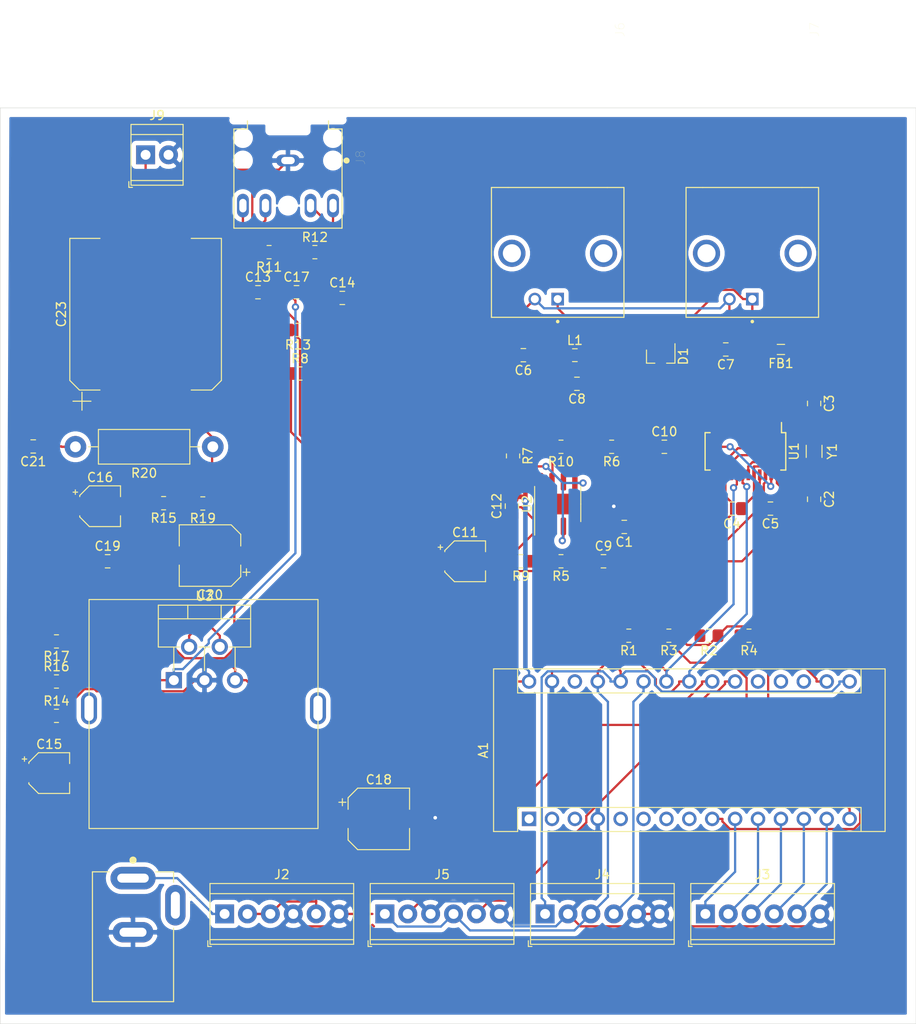
<source format=kicad_pcb>
(kicad_pcb (version 20171130) (host pcbnew 5.1.9)
  (layers (0 F.Cu signal) (31 B.Cu signal hide) (34 B.Paste user) (35 F.Paste user) (36 B.SilkS user) (37 F.SilkS user) (38 B.Mask user) (39 F.Mask user) (44 Edge.Cuts user))
  (net 0 "")
  (net 1 GNDREF)
  (net 2 +5V)
  (net 3 "Net-(C1-Pad1)")
  (net 4 "Net-(C2-Pad1)")
  (net 5 "Net-(C3-Pad1)")
  (net 6 "Net-(C5-Pad1)")
  (net 7 "Net-(C6-Pad1)")
  (net 8 "Net-(C7-Pad1)")
  (net 9 "Net-(C8-Pad1)")
  (net 10 "Net-(C9-Pad1)")
  (net 11 "Net-(C10-Pad1)")
  (net 12 "Net-(D1-Pad1)")
  (net 13 "Net-(U1-Pad16)")
  (net 14 "Net-(U1-Pad11)")
  (net 15 "Net-(U1-Pad10)")
  (net 16 "Net-(U1-Pad7)")
  (net 17 "Net-(U1-Pad6)")
  (net 18 "Net-(U1-Pad5)")
  (net 19 "Net-(U1-Pad4)")
  (net 20 "Net-(U1-Pad2)")
  (net 21 "Net-(U1-Pad1)")
  (net 22 "Net-(A1-Pad16)")
  (net 23 "Net-(A1-Pad15)")
  (net 24 12V)
  (net 25 "Net-(A1-Pad14)")
  (net 26 "Net-(A1-Pad13)")
  (net 27 "Net-(A1-Pad28)")
  (net 28 "Net-(A1-Pad12)")
  (net 29 "Net-(A1-Pad11)")
  (net 30 "Net-(A1-Pad10)")
  (net 31 "Net-(A1-Pad25)")
  (net 32 "Net-(A1-Pad9)")
  (net 33 "Net-(A1-Pad24)")
  (net 34 "Net-(A1-Pad8)")
  (net 35 "Net-(A1-Pad23)")
  (net 36 "Net-(A1-Pad7)")
  (net 37 "Net-(A1-Pad22)")
  (net 38 "Net-(A1-Pad6)")
  (net 39 "Net-(A1-Pad21)")
  (net 40 "Net-(A1-Pad5)")
  (net 41 "Net-(A1-Pad20)")
  (net 42 "Net-(A1-Pad19)")
  (net 43 "Net-(A1-Pad3)")
  (net 44 "Net-(A1-Pad18)")
  (net 45 "Net-(A1-Pad2)")
  (net 46 "Net-(A1-Pad17)")
  (net 47 "Net-(A1-Pad1)")
  (net 48 "Net-(C6-Pad2)")
  (net 49 RChan)
  (net 50 LChan)
  (net 51 "Net-(C11-Pad1)")
  (net 52 "Net-(C13-Pad2)")
  (net 53 "Net-(C13-Pad1)")
  (net 54 "Net-(C14-Pad2)")
  (net 55 "Net-(C14-Pad1)")
  (net 56 "Net-(C15-Pad1)")
  (net 57 "Net-(C16-Pad1)")
  (net 58 "Net-(C17-Pad2)")
  (net 59 "Net-(C17-Pad1)")
  (net 60 "Net-(C21-Pad1)")
  (net 61 "Net-(C23-Pad2)")
  (net 62 "Net-(C23-Pad1)")
  (net 63 "Net-(R5-Pad2)")
  (net 64 "Net-(R10-Pad1)")
  (net 65 "Net-(R15-Pad1)")
  (net 66 "Net-(J1-Pad1)")
  (net 67 "Net-(J8-Pad4)")
  (net 68 "Net-(J8-Pad5)")
  (module "Arduino controlled radio:AAVID_590302B03600G" (layer F.Cu) (at 102.311 105.842)
    (fp_text reference REF** hide)
    (fp_text value AAVID_590302B03600G hide)
    (pad 2 thru_hole oval (at 12.7 -0.635) (size 1.778 3.556) (drill oval 1.016 2.794) (layers *.Cu *.Mask))
    (pad 1 thru_hole oval (at -12.7 -0.635) (size 1.778 3.556) (drill oval 1.016 2.794) (layers *.Cu *.Mask))
  )
  (module "Arduino controlled radio:CUI_SJ1-3525NG" (layer F.Cu) (at 111.68 44.45 270)
    (fp_text reference J8 (at -0.32531 -8.04283 90) (layer F.SilkS) (effects (font (size 1.000976 1.000976) (thickness 0.015))))
    (fp_text value SJ1-3525NG)
    (fp_line (start -4.5 2) (end -4.5 6) (layer Edge.Cuts) (width 0.0001))
    (fp_line (start -3.3 2) (end -4.5 2) (layer Edge.Cuts) (width 0.0001))
    (fp_line (start -3.3 -2) (end -3.3 2) (layer Edge.Cuts) (width 0.0001))
    (fp_line (start -4.5 -2) (end -3.3 -2) (layer Edge.Cuts) (width 0.0001))
    (fp_line (start -4.5 -6) (end -4.5 -2) (layer Edge.Cuts) (width 0.0001))
    (pad 1 thru_hole oval (at 0 0 270) (size 1.308 2.616) (drill oval 0.8 1.5) (layers *.Cu *.Mask) (net 1 GNDREF))
    (pad 2 thru_hole oval (at 5 5 270) (size 2.616 1.308) (drill oval 1.5 0.8) (layers *.Cu *.Mask) (net 53 "Net-(C13-Pad1)"))
    (pad 4 thru_hole oval (at 5 2.5 270) (size 2.616 1.308) (drill oval 1.5 0.8) (layers *.Cu *.Mask) (net 67 "Net-(J8-Pad4)"))
    (pad 5 thru_hole oval (at 5 -2.5 270) (size 2.616 1.308) (drill oval 1.5 0.8) (layers *.Cu *.Mask) (net 68 "Net-(J8-Pad5)"))
    (pad 3 thru_hole oval (at 5 -5 270) (size 2.616 1.308) (drill oval 1.5 0.8) (layers *.Cu *.Mask) (net 55 "Net-(C14-Pad1)"))
    (pad None np_thru_hole circle (at -2.5 -5 270) (size 1.2 1.2) (drill 1.2) (layers *.Cu *.Mask))
    (pad None np_thru_hole circle (at 0 -5 270) (size 1.2 1.2) (drill 1.2) (layers *.Cu *.Mask))
    (pad None np_thru_hole circle (at 5 0 270) (size 1.2 1.2) (drill 1.2) (layers *.Cu *.Mask))
    (pad None np_thru_hole circle (at -2.5 5 270) (size 1.2 1.2) (drill 1.2) (layers *.Cu *.Mask))
    (pad None np_thru_hole circle (at 0 5 270) (size 1.2 1.2) (drill 1.2) (layers *.Cu *.Mask))
  )
  (module TerminalBlock_TE-Connectivity:TerminalBlock_TE_282834-2_1x02_P2.54mm_Horizontal (layer F.Cu) (at 95.885 43.815)
    (fp_text reference J9 (at 1.27 -4.37) (layer F.SilkS))
    (fp_text value Screw_Terminal_01x02)
    (pad 2 thru_hole circle (at 2.54 0) (size 2.1 2.1) (drill 1.1) (layers *.Cu *.Mask) (net 1 GNDREF))
    (pad 1 thru_hole rect (at 0 0) (size 2.1 2.1) (drill 1.1) (layers *.Cu *.Mask) (net 61 "Net-(C23-Pad2)"))
  )
  (module TerminalBlock_TE-Connectivity:TerminalBlock_TE_282834-6_1x06_P2.54mm_Horizontal (layer F.Cu) (at 122.428 128.016)
    (fp_text reference J5 (at 6.35 -4.37) (layer F.SilkS))
    (fp_text value Screw_Terminal_01x06)
    (pad 6 thru_hole circle (at 12.7 0) (size 2.1 2.1) (drill 1.1) (layers *.Cu *.Mask) (net 1 GNDREF))
    (pad 5 thru_hole circle (at 10.16 0) (size 2.1 2.1) (drill 1.1) (layers *.Cu *.Mask) (net 39 "Net-(A1-Pad21)"))
    (pad 4 thru_hole circle (at 7.62 0) (size 2.1 2.1) (drill 1.1) (layers *.Cu *.Mask) (net 2 +5V))
    (pad 3 thru_hole circle (at 5.08 0) (size 2.1 2.1) (drill 1.1) (layers *.Cu *.Mask) (net 1 GNDREF))
    (pad 2 thru_hole circle (at 2.54 0) (size 2.1 2.1) (drill 1.1) (layers *.Cu *.Mask) (net 37 "Net-(A1-Pad22)"))
    (pad 1 thru_hole rect (at 0 0) (size 2.1 2.1) (drill 1.1) (layers *.Cu *.Mask) (net 2 +5V))
  )
  (module TerminalBlock_TE-Connectivity:TerminalBlock_TE_282834-6_1x06_P2.54mm_Horizontal (layer F.Cu) (at 140.208 128.016)
    (fp_text reference J4 (at 6.35 -4.37) (layer F.SilkS))
    (fp_text value Screw_Terminal_01x06)
    (pad 6 thru_hole circle (at 12.7 0) (size 2.1 2.1) (drill 1.1) (layers *.Cu *.Mask) (net 1 GNDREF))
    (pad 5 thru_hole circle (at 10.16 0) (size 2.1 2.1) (drill 1.1) (layers *.Cu *.Mask) (net 1 GNDREF))
    (pad 4 thru_hole circle (at 7.62 0) (size 2.1 2.1) (drill 1.1) (layers *.Cu *.Mask) (net 31 "Net-(A1-Pad25)"))
    (pad 3 thru_hole circle (at 5.08 0) (size 2.1 2.1) (drill 1.1) (layers *.Cu *.Mask) (net 2 +5V))
    (pad 2 thru_hole circle (at 2.54 0) (size 2.1 2.1) (drill 1.1) (layers *.Cu *.Mask) (net 1 GNDREF))
    (pad 1 thru_hole rect (at 0 0) (size 2.1 2.1) (drill 1.1) (layers *.Cu *.Mask) (net 22 "Net-(A1-Pad16)"))
  )
  (module TerminalBlock_TE-Connectivity:TerminalBlock_TE_282834-6_1x06_P2.54mm_Horizontal (layer F.Cu) (at 157.988 128.016)
    (fp_text reference J3 (at 6.35 -4.37) (layer F.SilkS))
    (fp_text value Screw_Terminal_01x06)
    (pad 6 thru_hole circle (at 12.7 0) (size 2.1 2.1) (drill 1.1) (layers *.Cu *.Mask) (net 1 GNDREF))
    (pad 5 thru_hole circle (at 10.16 0) (size 2.1 2.1) (drill 1.1) (layers *.Cu *.Mask) (net 25 "Net-(A1-Pad14)"))
    (pad 4 thru_hole circle (at 7.62 0) (size 2.1 2.1) (drill 1.1) (layers *.Cu *.Mask) (net 26 "Net-(A1-Pad13)"))
    (pad 3 thru_hole circle (at 5.08 0) (size 2.1 2.1) (drill 1.1) (layers *.Cu *.Mask) (net 28 "Net-(A1-Pad12)"))
    (pad 2 thru_hole circle (at 2.54 0) (size 2.1 2.1) (drill 1.1) (layers *.Cu *.Mask) (net 29 "Net-(A1-Pad11)"))
    (pad 1 thru_hole rect (at 0 0) (size 2.1 2.1) (drill 1.1) (layers *.Cu *.Mask) (net 30 "Net-(A1-Pad10)"))
  )
  (module TerminalBlock_TE-Connectivity:TerminalBlock_TE_282834-6_1x06_P2.54mm_Horizontal (layer F.Cu) (at 104.648 128.016)
    (fp_text reference J2 (at 6.35 -4.37) (layer F.SilkS))
    (fp_text value Screw_Terminal_01x06)
    (pad 6 thru_hole circle (at 12.7 0) (size 2.1 2.1) (drill 1.1) (layers *.Cu *.Mask) (net 1 GNDREF))
    (pad 5 thru_hole circle (at 10.16 0) (size 2.1 2.1) (drill 1.1) (layers *.Cu *.Mask) (net 24 12V))
    (pad 4 thru_hole circle (at 7.62 0) (size 2.1 2.1) (drill 1.1) (layers *.Cu *.Mask) (net 1 GNDREF))
    (pad 3 thru_hole circle (at 5.08 0) (size 2.1 2.1) (drill 1.1) (layers *.Cu *.Mask) (net 24 12V))
    (pad 2 thru_hole circle (at 2.54 0) (size 2.1 2.1) (drill 1.1) (layers *.Cu *.Mask) (net 24 12V))
    (pad 1 thru_hole rect (at 0 0) (size 2.1 2.1) (drill 1.1) (layers *.Cu *.Mask) (net 66 "Net-(J1-Pad1)"))
  )
  (module Resistor_THT:R_Axial_DIN0411_L9.9mm_D3.6mm_P15.24mm_Horizontal (layer F.Cu) (at 103.34 76.2 180)
    (fp_text reference R20 (at 7.62 -2.92) (layer F.SilkS))
    (fp_text value "1ohm 1.2W")
    (pad 2 thru_hole oval (at 15.24 0 180) (size 2.4 2.4) (drill 1.2) (layers *.Cu *.Mask) (net 60 "Net-(C21-Pad1)"))
    (pad 1 thru_hole circle (at 0 0 180) (size 2.4 2.4) (drill 1.2) (layers *.Cu *.Mask) (net 62 "Net-(C23-Pad1)"))
  )
  (module Capacitor_SMD:CP_Elec_6.3x7.7 (layer F.Cu) (at 121.76 117.475)
    (fp_text reference C18 (at 0 -4.35) (layer F.SilkS))
    (fp_text value "100uF 16V")
    (pad 2 smd roundrect (at 2.7 0) (size 3.5 1.6) (layers F.Cu F.Paste F.Mask) (roundrect_rratio 0.15625) (net 1 GNDREF))
    (pad 1 smd roundrect (at -2.7 0) (size 3.5 1.6) (layers F.Cu F.Paste F.Mask) (roundrect_rratio 0.15625) (net 24 12V))
  )
  (module Package_TO_SOT_THT:TO-220-5_P3.4x3.7mm_StaggerOdd_Lead3.8mm_Vertical (layer F.Cu) (at 99.0168 102.09)
    (fp_text reference U3 (at 3.4 -9.32) (layer F.SilkS))
    (fp_text value LM1875)
    (pad 5 thru_hole oval (at 6.8 0) (size 1.8 1.8) (drill 1.1) (layers *.Cu *.Mask) (net 24 12V))
    (pad 4 thru_hole oval (at 5.1 -3.7) (size 1.8 1.8) (drill 1.1) (layers *.Cu *.Mask) (net 62 "Net-(C23-Pad1)"))
    (pad 3 thru_hole oval (at 3.4 0) (size 1.8 1.8) (drill 1.1) (layers *.Cu *.Mask) (net 1 GNDREF))
    (pad 2 thru_hole oval (at 1.7 -3.7) (size 1.8 1.8) (drill 1.1) (layers *.Cu *.Mask) (net 65 "Net-(R15-Pad1)"))
    (pad 1 thru_hole rect (at 0 0) (size 1.8 1.8) (drill 1.1) (layers *.Cu *.Mask) (net 59 "Net-(C17-Pad1)"))
  )
  (module Package_SO:SOIC-8-1EP_3.9x4.9mm_P1.27mm_EP2.29x3mm (layer F.Cu) (at 141.605 82.55 90)
    (fp_text reference U2 (at 0 -3.4 90) (layer F.SilkS))
    (fp_text value LM358)
    (pad 9 smd rect (at 0 0 90) (size 2.29 3) (layers F.Cu F.Mask))
    (pad 8 smd roundrect (at 2.475 -1.905 90) (size 1.95 0.6) (layers F.Cu F.Paste F.Mask) (net 24 12V))
    (pad 7 smd roundrect (at 2.475 -0.635 90) (size 1.95 0.6) (layers F.Cu F.Paste F.Mask) (net 54 "Net-(C14-Pad2)"))
    (pad 6 smd roundrect (at 2.475 0.635 90) (size 1.95 0.6) (layers F.Cu F.Paste F.Mask) (net 64 "Net-(R10-Pad1)"))
    (pad 5 smd roundrect (at 2.475 1.905 90) (size 1.95 0.6) (layers F.Cu F.Paste F.Mask) (net 51 "Net-(C11-Pad1)"))
    (pad 4 smd roundrect (at -2.475 1.905 90) (size 1.95 0.6) (layers F.Cu F.Paste F.Mask) (net 1 GNDREF))
    (pad 3 smd roundrect (at -2.475 0.635 90) (size 1.95 0.6) (layers F.Cu F.Paste F.Mask) (net 51 "Net-(C11-Pad1)"))
    (pad 2 smd roundrect (at -2.475 -0.635 90) (size 1.95 0.6) (layers F.Cu F.Paste F.Mask) (net 63 "Net-(R5-Pad2)"))
    (pad 1 smd roundrect (at -2.475 -1.905 90) (size 1.95 0.6) (layers F.Cu F.Paste F.Mask) (net 52 "Net-(C13-Pad2)"))
  )
  (module Resistor_SMD:R_0805_2012Metric_Pad1.20x1.40mm_HandSolder (layer F.Cu) (at 102.232 82.4865 180)
    (fp_text reference R19 (at 0 -1.65) (layer F.SilkS))
    (fp_text value 470K)
    (pad 2 smd roundrect (at 1 0 180) (size 1.2 1.4) (layers F.Cu F.Paste F.Mask) (roundrect_rratio 0.208333) (net 65 "Net-(R15-Pad1)"))
    (pad 1 smd roundrect (at -1 0 180) (size 1.2 1.4) (layers F.Cu F.Paste F.Mask) (roundrect_rratio 0.208333) (net 62 "Net-(C23-Pad1)"))
  )
  (module Resistor_SMD:R_0805_2012Metric_Pad1.20x1.40mm_HandSolder (layer F.Cu) (at 85.995 97.79 180)
    (fp_text reference R17 (at 0 -1.65) (layer F.SilkS))
    (fp_text value 22K)
    (pad 2 smd roundrect (at 1 0 180) (size 1.2 1.4) (layers F.Cu F.Paste F.Mask) (roundrect_rratio 0.208333) (net 56 "Net-(C15-Pad1)"))
    (pad 1 smd roundrect (at -1 0 180) (size 1.2 1.4) (layers F.Cu F.Paste F.Mask) (roundrect_rratio 0.208333) (net 24 12V))
  )
  (module Resistor_SMD:R_0805_2012Metric_Pad1.20x1.40mm_HandSolder (layer F.Cu) (at 85.995 102.235)
    (fp_text reference R16 (at 0 -1.65) (layer F.SilkS))
    (fp_text value 22K)
    (pad 2 smd roundrect (at 1 0) (size 1.2 1.4) (layers F.Cu F.Paste F.Mask) (roundrect_rratio 0.208333) (net 59 "Net-(C17-Pad1)"))
    (pad 1 smd roundrect (at -1 0) (size 1.2 1.4) (layers F.Cu F.Paste F.Mask) (roundrect_rratio 0.208333) (net 56 "Net-(C15-Pad1)"))
  )
  (module Resistor_SMD:R_0805_2012Metric_Pad1.20x1.40mm_HandSolder (layer F.Cu) (at 97.8822 82.456 180)
    (fp_text reference R15 (at 0 -1.65) (layer F.SilkS))
    (fp_text value 4.7K)
    (pad 2 smd roundrect (at 1 0 180) (size 1.2 1.4) (layers F.Cu F.Paste F.Mask) (roundrect_rratio 0.208333) (net 57 "Net-(C16-Pad1)"))
    (pad 1 smd roundrect (at -1 0 180) (size 1.2 1.4) (layers F.Cu F.Paste F.Mask) (roundrect_rratio 0.208333) (net 65 "Net-(R15-Pad1)"))
  )
  (module Resistor_SMD:R_0805_2012Metric_Pad1.20x1.40mm_HandSolder (layer F.Cu) (at 85.995 106.045)
    (fp_text reference R14 (at 0 -1.65) (layer F.SilkS))
    (fp_text value 22K)
    (pad 2 smd roundrect (at 1 0) (size 1.2 1.4) (layers F.Cu F.Paste F.Mask) (roundrect_rratio 0.208333) (net 1 GNDREF))
    (pad 1 smd roundrect (at -1 0) (size 1.2 1.4) (layers F.Cu F.Paste F.Mask) (roundrect_rratio 0.208333) (net 56 "Net-(C15-Pad1)"))
  )
  (module Resistor_SMD:R_0805_2012Metric_Pad1.20x1.40mm_HandSolder (layer F.Cu) (at 112.792 63.246 180)
    (fp_text reference R13 (at 0 -1.65) (layer F.SilkS))
    (fp_text value 1Meg)
    (pad 2 smd roundrect (at 1 0 180) (size 1.2 1.4) (layers F.Cu F.Paste F.Mask) (roundrect_rratio 0.208333) (net 1 GNDREF))
    (pad 1 smd roundrect (at -1 0 180) (size 1.2 1.4) (layers F.Cu F.Paste F.Mask) (roundrect_rratio 0.208333) (net 58 "Net-(C17-Pad2)"))
  )
  (module Resistor_SMD:R_0805_2012Metric_Pad1.20x1.40mm_HandSolder (layer F.Cu) (at 114.665 54.61)
    (fp_text reference R12 (at 0 -1.65) (layer F.SilkS))
    (fp_text value 470)
    (pad 2 smd roundrect (at 1 0) (size 1.2 1.4) (layers F.Cu F.Paste F.Mask) (roundrect_rratio 0.208333) (net 68 "Net-(J8-Pad5)"))
    (pad 1 smd roundrect (at -1 0) (size 1.2 1.4) (layers F.Cu F.Paste F.Mask) (roundrect_rratio 0.208333) (net 58 "Net-(C17-Pad2)"))
  )
  (module Resistor_SMD:R_0805_2012Metric_Pad1.20x1.40mm_HandSolder (layer F.Cu) (at 109.585 54.61 180)
    (fp_text reference R11 (at 0 -1.65) (layer F.SilkS))
    (fp_text value 470)
    (pad 2 smd roundrect (at 1 0 180) (size 1.2 1.4) (layers F.Cu F.Paste F.Mask) (roundrect_rratio 0.208333) (net 67 "Net-(J8-Pad4)"))
    (pad 1 smd roundrect (at -1 0 180) (size 1.2 1.4) (layers F.Cu F.Paste F.Mask) (roundrect_rratio 0.208333) (net 58 "Net-(C17-Pad2)"))
  )
  (module Resistor_SMD:R_0805_2012Metric_Pad1.20x1.40mm_HandSolder (layer F.Cu) (at 141.97 76.2 180)
    (fp_text reference R10 (at 0 -1.65) (layer F.SilkS))
    (fp_text value 220K)
    (pad 2 smd roundrect (at 1 0 180) (size 1.2 1.4) (layers F.Cu F.Paste F.Mask) (roundrect_rratio 0.208333) (net 54 "Net-(C14-Pad2)"))
    (pad 1 smd roundrect (at -1 0 180) (size 1.2 1.4) (layers F.Cu F.Paste F.Mask) (roundrect_rratio 0.208333) (net 64 "Net-(R10-Pad1)"))
  )
  (module Resistor_SMD:R_0805_2012Metric_Pad1.20x1.40mm_HandSolder (layer F.Cu) (at 137.525 88.9 180)
    (fp_text reference R9 (at 0 -1.65) (layer F.SilkS))
    (fp_text value 220K)
    (pad 2 smd roundrect (at 1 0 180) (size 1.2 1.4) (layers F.Cu F.Paste F.Mask) (roundrect_rratio 0.208333) (net 52 "Net-(C13-Pad2)"))
    (pad 1 smd roundrect (at -1 0 180) (size 1.2 1.4) (layers F.Cu F.Paste F.Mask) (roundrect_rratio 0.208333) (net 63 "Net-(R5-Pad2)"))
  )
  (module Resistor_SMD:R_0805_2012Metric_Pad1.20x1.40mm_HandSolder (layer F.Cu) (at 113.014 68.072)
    (fp_text reference R8 (at 0 -1.65) (layer F.SilkS))
    (fp_text value 22K)
    (pad 2 smd roundrect (at 1 0) (size 1.2 1.4) (layers F.Cu F.Paste F.Mask) (roundrect_rratio 0.208333) (net 51 "Net-(C11-Pad1)"))
    (pad 1 smd roundrect (at -1 0) (size 1.2 1.4) (layers F.Cu F.Paste F.Mask) (roundrect_rratio 0.208333) (net 1 GNDREF))
  )
  (module Resistor_SMD:R_0805_2012Metric_Pad1.20x1.40mm_HandSolder (layer F.Cu) (at 136.652 77.216 270)
    (fp_text reference R7 (at 0 -1.65 90) (layer F.SilkS))
    (fp_text value 22K)
    (pad 2 smd roundrect (at 1 0 270) (size 1.2 1.4) (layers F.Cu F.Paste F.Mask) (roundrect_rratio 0.208333) (net 24 12V))
    (pad 1 smd roundrect (at -1 0 270) (size 1.2 1.4) (layers F.Cu F.Paste F.Mask) (roundrect_rratio 0.208333) (net 51 "Net-(C11-Pad1)"))
  )
  (module Resistor_SMD:R_0805_2012Metric_Pad1.20x1.40mm_HandSolder (layer F.Cu) (at 147.59 76.2 180)
    (fp_text reference R6 (at 0 -1.65) (layer F.SilkS))
    (fp_text value 22K)
    (pad 2 smd roundrect (at 1 0 180) (size 1.2 1.4) (layers F.Cu F.Paste F.Mask) (roundrect_rratio 0.208333) (net 64 "Net-(R10-Pad1)"))
    (pad 1 smd roundrect (at -1 0 180) (size 1.2 1.4) (layers F.Cu F.Paste F.Mask) (roundrect_rratio 0.208333) (net 11 "Net-(C10-Pad1)"))
  )
  (module Resistor_SMD:R_0805_2012Metric_Pad1.20x1.40mm_HandSolder (layer F.Cu) (at 141.97 88.9 180)
    (fp_text reference R5 (at 0 -1.65) (layer F.SilkS))
    (fp_text value 22K)
    (pad 2 smd roundrect (at 1 0 180) (size 1.2 1.4) (layers F.Cu F.Paste F.Mask) (roundrect_rratio 0.208333) (net 63 "Net-(R5-Pad2)"))
    (pad 1 smd roundrect (at -1 0 180) (size 1.2 1.4) (layers F.Cu F.Paste F.Mask) (roundrect_rratio 0.208333) (net 10 "Net-(C9-Pad1)"))
  )
  (module Capacitor_SMD:CP_Elec_16x17.5 (layer F.Cu) (at 95.885 61.495 90)
    (fp_text reference C23 (at 0 -9.35 90) (layer F.SilkS))
    (fp_text value "2200uF 16V")
    (pad 2 smd roundrect (at 6.25 0 90) (size 7.8 9.6) (layers F.Cu F.Paste F.Mask) (roundrect_rratio 0.032051) (net 61 "Net-(C23-Pad2)"))
    (pad 1 smd roundrect (at -6.25 0 90) (size 7.8 9.6) (layers F.Cu F.Paste F.Mask) (roundrect_rratio 0.032051) (net 62 "Net-(C23-Pad1)"))
  )
  (module Capacitor_SMD:C_0805_2012Metric_Pad1.18x1.45mm_HandSolder (layer F.Cu) (at 83.4175 76.1619 180)
    (fp_text reference C21 (at 0 -1.68) (layer F.SilkS))
    (fp_text value .22uF)
    (pad 2 smd roundrect (at 1.0375 0 180) (size 1.175 1.45) (layers F.Cu F.Paste F.Mask) (roundrect_rratio 0.212766) (net 1 GNDREF))
    (pad 1 smd roundrect (at -1.0375 0 180) (size 1.175 1.45) (layers F.Cu F.Paste F.Mask) (roundrect_rratio 0.212766) (net 60 "Net-(C21-Pad1)"))
  )
  (module Capacitor_SMD:CP_Elec_6.3x7.7 (layer F.Cu) (at 103.03 88.265 180)
    (fp_text reference C20 (at 0 -4.35) (layer F.SilkS))
    (fp_text value "100uF 50V")
    (pad 2 smd roundrect (at 2.7 0 180) (size 3.5 1.6) (layers F.Cu F.Paste F.Mask) (roundrect_rratio 0.15625) (net 1 GNDREF))
    (pad 1 smd roundrect (at -2.7 0 180) (size 3.5 1.6) (layers F.Cu F.Paste F.Mask) (roundrect_rratio 0.15625) (net 24 12V))
  )
  (module Capacitor_SMD:C_0805_2012Metric_Pad1.18x1.45mm_HandSolder (layer F.Cu) (at 91.6725 88.9)
    (fp_text reference C19 (at 0 -1.68) (layer F.SilkS))
    (fp_text value .1uF)
    (pad 2 smd roundrect (at 1.0375 0) (size 1.175 1.45) (layers F.Cu F.Paste F.Mask) (roundrect_rratio 0.212766) (net 24 12V))
    (pad 1 smd roundrect (at -1.0375 0) (size 1.175 1.45) (layers F.Cu F.Paste F.Mask) (roundrect_rratio 0.212766) (net 1 GNDREF))
  )
  (module Capacitor_SMD:C_0805_2012Metric_Pad1.18x1.45mm_HandSolder (layer F.Cu) (at 112.628 59.055)
    (fp_text reference C17 (at 0 -1.68) (layer F.SilkS))
    (fp_text value 1uF)
    (pad 2 smd roundrect (at 1.0375 0) (size 1.175 1.45) (layers F.Cu F.Paste F.Mask) (roundrect_rratio 0.212766) (net 58 "Net-(C17-Pad2)"))
    (pad 1 smd roundrect (at -1.0375 0) (size 1.175 1.45) (layers F.Cu F.Paste F.Mask) (roundrect_rratio 0.212766) (net 59 "Net-(C17-Pad1)"))
  )
  (module Capacitor_SMD:CP_Elec_4x5.3 (layer F.Cu) (at 90.8397 82.7913)
    (fp_text reference C16 (at 0 -3.2) (layer F.SilkS))
    (fp_text value "10uF 16V")
    (pad 2 smd roundrect (at 1.8 0) (size 2.6 1.6) (layers F.Cu F.Paste F.Mask) (roundrect_rratio 0.15625) (net 1 GNDREF))
    (pad 1 smd roundrect (at -1.8 0) (size 2.6 1.6) (layers F.Cu F.Paste F.Mask) (roundrect_rratio 0.15625) (net 57 "Net-(C16-Pad1)"))
  )
  (module Capacitor_SMD:CP_Elec_4x5.3 (layer F.Cu) (at 85.195 112.395)
    (fp_text reference C15 (at 0 -3.2) (layer F.SilkS))
    (fp_text value "10uF 16V")
    (pad 2 smd roundrect (at 1.8 0) (size 2.6 1.6) (layers F.Cu F.Paste F.Mask) (roundrect_rratio 0.15625) (net 1 GNDREF))
    (pad 1 smd roundrect (at -1.8 0) (size 2.6 1.6) (layers F.Cu F.Paste F.Mask) (roundrect_rratio 0.15625) (net 56 "Net-(C15-Pad1)"))
  )
  (module Capacitor_SMD:C_0805_2012Metric_Pad1.18x1.45mm_HandSolder (layer F.Cu) (at 117.708 59.69)
    (fp_text reference C14 (at 0 -1.68) (layer F.SilkS))
    (fp_text value .1uF)
    (pad 2 smd roundrect (at 1.0375 0) (size 1.175 1.45) (layers F.Cu F.Paste F.Mask) (roundrect_rratio 0.212766) (net 54 "Net-(C14-Pad2)"))
    (pad 1 smd roundrect (at -1.0375 0) (size 1.175 1.45) (layers F.Cu F.Paste F.Mask) (roundrect_rratio 0.212766) (net 55 "Net-(C14-Pad1)"))
  )
  (module Capacitor_SMD:C_0805_2012Metric_Pad1.18x1.45mm_HandSolder (layer F.Cu) (at 108.352 59.055)
    (fp_text reference C13 (at 0 -1.68) (layer F.SilkS))
    (fp_text value .1uF)
    (pad 2 smd roundrect (at 1.0375 0) (size 1.175 1.45) (layers F.Cu F.Paste F.Mask) (roundrect_rratio 0.212766) (net 52 "Net-(C13-Pad2)"))
    (pad 1 smd roundrect (at -1.0375 0) (size 1.175 1.45) (layers F.Cu F.Paste F.Mask) (roundrect_rratio 0.212766) (net 53 "Net-(C13-Pad1)"))
  )
  (module Capacitor_SMD:C_0805_2012Metric_Pad1.18x1.45mm_HandSolder (layer F.Cu) (at 136.525 82.7825 90)
    (fp_text reference C12 (at 0 -1.68 90) (layer F.SilkS))
    (fp_text value .1uF)
    (pad 2 smd roundrect (at 1.0375 0 90) (size 1.175 1.45) (layers F.Cu F.Paste F.Mask) (roundrect_rratio 0.212766) (net 24 12V))
    (pad 1 smd roundrect (at -1.0375 0 90) (size 1.175 1.45) (layers F.Cu F.Paste F.Mask) (roundrect_rratio 0.212766) (net 1 GNDREF))
  )
  (module Capacitor_SMD:CP_Elec_4x5.3 (layer F.Cu) (at 131.34 88.9)
    (fp_text reference C11 (at 0 -3.2) (layer F.SilkS))
    (fp_text value "10uF 16V")
    (pad 2 smd roundrect (at 1.8 0) (size 2.6 1.6) (layers F.Cu F.Paste F.Mask) (roundrect_rratio 0.15625) (net 1 GNDREF))
    (pad 1 smd roundrect (at -1.8 0) (size 2.6 1.6) (layers F.Cu F.Paste F.Mask) (roundrect_rratio 0.15625) (net 51 "Net-(C11-Pad1)"))
  )
  (module Module:Arduino_Nano (layer F.Cu) (at 138.43 117.475 90)
    (fp_text reference A1 (at 7.62 -5.08 90) (layer F.SilkS))
    (fp_text value Arduino_BLE_Nano)
    (pad 16 thru_hole oval (at 15.24 35.56 90) (size 1.6 1.6) (drill 1) (layers *.Cu *.Mask) (net 22 "Net-(A1-Pad16)"))
    (pad 15 thru_hole oval (at 0 35.56 90) (size 1.6 1.6) (drill 1) (layers *.Cu *.Mask) (net 23 "Net-(A1-Pad15)"))
    (pad 30 thru_hole oval (at 15.24 0 90) (size 1.6 1.6) (drill 1) (layers *.Cu *.Mask) (net 24 12V))
    (pad 14 thru_hole oval (at 0 33.02 90) (size 1.6 1.6) (drill 1) (layers *.Cu *.Mask) (net 25 "Net-(A1-Pad14)"))
    (pad 29 thru_hole oval (at 15.24 2.54 90) (size 1.6 1.6) (drill 1) (layers *.Cu *.Mask) (net 1 GNDREF))
    (pad 13 thru_hole oval (at 0 30.48 90) (size 1.6 1.6) (drill 1) (layers *.Cu *.Mask) (net 26 "Net-(A1-Pad13)"))
    (pad 28 thru_hole oval (at 15.24 5.08 90) (size 1.6 1.6) (drill 1) (layers *.Cu *.Mask) (net 27 "Net-(A1-Pad28)"))
    (pad 12 thru_hole oval (at 0 27.94 90) (size 1.6 1.6) (drill 1) (layers *.Cu *.Mask) (net 28 "Net-(A1-Pad12)"))
    (pad 27 thru_hole oval (at 15.24 7.62 90) (size 1.6 1.6) (drill 1) (layers *.Cu *.Mask) (net 2 +5V))
    (pad 11 thru_hole oval (at 0 25.4 90) (size 1.6 1.6) (drill 1) (layers *.Cu *.Mask) (net 29 "Net-(A1-Pad11)"))
    (pad 26 thru_hole oval (at 15.24 10.16 90) (size 1.6 1.6) (drill 1) (layers *.Cu *.Mask) (net 22 "Net-(A1-Pad16)"))
    (pad 10 thru_hole oval (at 0 22.86 90) (size 1.6 1.6) (drill 1) (layers *.Cu *.Mask) (net 30 "Net-(A1-Pad10)"))
    (pad 25 thru_hole oval (at 15.24 12.7 90) (size 1.6 1.6) (drill 1) (layers *.Cu *.Mask) (net 31 "Net-(A1-Pad25)"))
    (pad 9 thru_hole oval (at 0 20.32 90) (size 1.6 1.6) (drill 1) (layers *.Cu *.Mask) (net 32 "Net-(A1-Pad9)"))
    (pad 24 thru_hole oval (at 15.24 15.24 90) (size 1.6 1.6) (drill 1) (layers *.Cu *.Mask) (net 33 "Net-(A1-Pad24)"))
    (pad 8 thru_hole oval (at 0 17.78 90) (size 1.6 1.6) (drill 1) (layers *.Cu *.Mask) (net 34 "Net-(A1-Pad8)"))
    (pad 23 thru_hole oval (at 15.24 17.78 90) (size 1.6 1.6) (drill 1) (layers *.Cu *.Mask) (net 35 "Net-(A1-Pad23)"))
    (pad 7 thru_hole oval (at 0 15.24 90) (size 1.6 1.6) (drill 1) (layers *.Cu *.Mask) (net 36 "Net-(A1-Pad7)"))
    (pad 22 thru_hole oval (at 15.24 20.32 90) (size 1.6 1.6) (drill 1) (layers *.Cu *.Mask) (net 37 "Net-(A1-Pad22)"))
    (pad 6 thru_hole oval (at 0 12.7 90) (size 1.6 1.6) (drill 1) (layers *.Cu *.Mask) (net 38 "Net-(A1-Pad6)"))
    (pad 21 thru_hole oval (at 15.24 22.86 90) (size 1.6 1.6) (drill 1) (layers *.Cu *.Mask) (net 39 "Net-(A1-Pad21)"))
    (pad 5 thru_hole oval (at 0 10.16 90) (size 1.6 1.6) (drill 1) (layers *.Cu *.Mask) (net 40 "Net-(A1-Pad5)"))
    (pad 20 thru_hole oval (at 15.24 25.4 90) (size 1.6 1.6) (drill 1) (layers *.Cu *.Mask) (net 41 "Net-(A1-Pad20)"))
    (pad 4 thru_hole oval (at 0 7.62 90) (size 1.6 1.6) (drill 1) (layers *.Cu *.Mask) (net 1 GNDREF))
    (pad 19 thru_hole oval (at 15.24 27.94 90) (size 1.6 1.6) (drill 1) (layers *.Cu *.Mask) (net 42 "Net-(A1-Pad19)"))
    (pad 3 thru_hole oval (at 0 5.08 90) (size 1.6 1.6) (drill 1) (layers *.Cu *.Mask) (net 43 "Net-(A1-Pad3)"))
    (pad 18 thru_hole oval (at 15.24 30.48 90) (size 1.6 1.6) (drill 1) (layers *.Cu *.Mask) (net 44 "Net-(A1-Pad18)"))
    (pad 2 thru_hole oval (at 0 2.54 90) (size 1.6 1.6) (drill 1) (layers *.Cu *.Mask) (net 45 "Net-(A1-Pad2)"))
    (pad 17 thru_hole oval (at 15.24 33.02 90) (size 1.6 1.6) (drill 1) (layers *.Cu *.Mask) (net 46 "Net-(A1-Pad17)"))
    (pad 1 thru_hole rect (at 0 0 90) (size 1.6 1.6) (drill 1) (layers *.Cu *.Mask) (net 47 "Net-(A1-Pad1)"))
  )
  (module Inductor_SMD:L_0805_2012Metric_Pad1.15x1.40mm_HandSolder (layer F.Cu) (at 143.51 66.04)
    (fp_text reference L1 (at 0 -1.65) (layer F.SilkS))
    (fp_text value 10nH)
    (pad 2 smd roundrect (at 1.025 0) (size 1.15 1.4) (layers F.Cu F.Paste F.Mask) (roundrect_rratio 0.217391) (net 9 "Net-(C8-Pad1)"))
    (pad 1 smd roundrect (at -1.025 0) (size 1.15 1.4) (layers F.Cu F.Paste F.Mask) (roundrect_rratio 0.217391) (net 7 "Net-(C6-Pad1)"))
  )
  (module Capacitor_SMD:C_0805_2012Metric_Pad1.18x1.45mm_HandSolder (layer F.Cu) (at 137.795 66.04 180)
    (fp_text reference C6 (at 0 -1.68) (layer F.SilkS))
    (fp_text value 3.3pF)
    (pad 2 smd roundrect (at 1.0375 0 180) (size 1.175 1.45) (layers F.Cu F.Paste F.Mask) (roundrect_rratio 0.212766) (net 48 "Net-(C6-Pad2)"))
    (pad 1 smd roundrect (at -1.0375 0 180) (size 1.175 1.45) (layers F.Cu F.Paste F.Mask) (roundrect_rratio 0.212766) (net 7 "Net-(C6-Pad1)"))
  )
  (module Capacitor_SMD:C_0805_2012Metric_Pad1.18x1.45mm_HandSolder (layer F.Cu) (at 153.438 76.2)
    (fp_text reference C10 (at 0 -1.68) (layer F.SilkS))
    (fp_text value .1uF)
    (pad 2 smd roundrect (at 1.0375 0) (size 1.175 1.45) (layers F.Cu F.Paste F.Mask) (roundrect_rratio 0.212766) (net 50 LChan))
    (pad 1 smd roundrect (at -1.0375 0) (size 1.175 1.45) (layers F.Cu F.Paste F.Mask) (roundrect_rratio 0.212766) (net 11 "Net-(C10-Pad1)"))
  )
  (module Resistor_SMD:R_0805_2012Metric_Pad1.20x1.40mm_HandSolder (layer F.Cu) (at 162.83 97.155 180)
    (fp_text reference R4 (at 0 -1.65) (layer F.SilkS))
    (fp_text value 10K)
    (pad 2 smd roundrect (at 1 0 180) (size 1.2 1.4) (layers F.Cu F.Paste F.Mask) (roundrect_rratio 0.208333) (net 32 "Net-(A1-Pad9)"))
    (pad 1 smd roundrect (at -1 0 180) (size 1.2 1.4) (layers F.Cu F.Paste F.Mask) (roundrect_rratio 0.208333) (net 3 "Net-(C1-Pad1)"))
  )
  (module Resistor_SMD:R_0805_2012Metric_Pad1.20x1.40mm_HandSolder (layer F.Cu) (at 153.94 97.155 180)
    (fp_text reference R3 (at 0 -1.65) (layer F.SilkS))
    (fp_text value 4.7K)
    (pad 2 smd roundrect (at 1 0 180) (size 1.2 1.4) (layers F.Cu F.Paste F.Mask) (roundrect_rratio 0.208333) (net 33 "Net-(A1-Pad24)"))
    (pad 1 smd roundrect (at -1 0 180) (size 1.2 1.4) (layers F.Cu F.Paste F.Mask) (roundrect_rratio 0.208333) (net 46 "Net-(A1-Pad17)"))
  )
  (module Resistor_SMD:R_0805_2012Metric_Pad1.20x1.40mm_HandSolder (layer F.Cu) (at 158.385 97.155 180)
    (fp_text reference R2 (at 0 -1.65) (layer F.SilkS))
    (fp_text value 4.7K)
    (pad 2 smd roundrect (at 1 0 180) (size 1.2 1.4) (layers F.Cu F.Paste F.Mask) (roundrect_rratio 0.208333) (net 35 "Net-(A1-Pad23)"))
    (pad 1 smd roundrect (at -1 0 180) (size 1.2 1.4) (layers F.Cu F.Paste F.Mask) (roundrect_rratio 0.208333) (net 46 "Net-(A1-Pad17)"))
  )
  (module Resistor_SMD:R_0805_2012Metric_Pad1.20x1.40mm_HandSolder (layer F.Cu) (at 149.495 97.155 180)
    (fp_text reference R1 (at 0 -1.65) (layer F.SilkS))
    (fp_text value 10k)
    (pad 2 smd roundrect (at 1 0 180) (size 1.2 1.4) (layers F.Cu F.Paste F.Mask) (roundrect_rratio 0.208333) (net 22 "Net-(A1-Pad16)"))
    (pad 1 smd roundrect (at -1 0 180) (size 1.2 1.4) (layers F.Cu F.Paste F.Mask) (roundrect_rratio 0.208333) (net 23 "Net-(A1-Pad15)"))
  )
  (module Inductor_SMD:L_0805_2012Metric_Pad1.05x1.20mm_HandSolder (layer F.Cu) (at 166.37 65.405 180)
    (fp_text reference FB1 (at 0 -1.55) (layer F.SilkS))
    (fp_text value Ferrite_Bead_Small)
    (pad 2 smd roundrect (at 1.15 0 180) (size 1.05 1.2) (layers F.Cu F.Paste F.Mask) (roundrect_rratio 0.238095) (net 8 "Net-(C7-Pad1)"))
    (pad 1 smd roundrect (at -1.15 0 180) (size 1.05 1.2) (layers F.Cu F.Paste F.Mask) (roundrect_rratio 0.238095) (net 12 "Net-(D1-Pad1)"))
  )
  (module Capacitor_SMD:C_0805_2012Metric_Pad1.18x1.45mm_HandSolder (layer F.Cu) (at 146.685 88.9)
    (fp_text reference C9 (at 0 -1.68) (layer F.SilkS))
    (fp_text value .1uF)
    (pad 2 smd roundrect (at 1.0375 0) (size 1.175 1.45) (layers F.Cu F.Paste F.Mask) (roundrect_rratio 0.212766) (net 49 RChan))
    (pad 1 smd roundrect (at -1.0375 0) (size 1.175 1.45) (layers F.Cu F.Paste F.Mask) (roundrect_rratio 0.212766) (net 10 "Net-(C9-Pad1)"))
  )
  (module Capacitor_SMD:C_0805_2012Metric_Pad1.18x1.45mm_HandSolder (layer F.Cu) (at 143.742 69.215 180)
    (fp_text reference C8 (at 0 -1.68) (layer F.SilkS))
    (fp_text value 3.3pF)
    (pad 2 smd roundrect (at 1.0375 0 180) (size 1.175 1.45) (layers F.Cu F.Paste F.Mask) (roundrect_rratio 0.212766) (net 48 "Net-(C6-Pad2)"))
    (pad 1 smd roundrect (at -1.0375 0 180) (size 1.175 1.45) (layers F.Cu F.Paste F.Mask) (roundrect_rratio 0.212766) (net 9 "Net-(C8-Pad1)"))
  )
  (module Capacitor_SMD:C_0805_2012Metric_Pad1.18x1.45mm_HandSolder (layer F.Cu) (at 160.252 65.405 180)
    (fp_text reference C7 (at 0 -1.68) (layer F.SilkS))
    (fp_text value 6.8pF)
    (pad 2 smd roundrect (at 1.0375 0 180) (size 1.175 1.45) (layers F.Cu F.Paste F.Mask) (roundrect_rratio 0.212766) (net 48 "Net-(C6-Pad2)"))
    (pad 1 smd roundrect (at -1.0375 0 180) (size 1.175 1.45) (layers F.Cu F.Paste F.Mask) (roundrect_rratio 0.212766) (net 8 "Net-(C7-Pad1)"))
  )
  (module Capacitor_SMD:C_0805_2012Metric_Pad1.18x1.45mm_HandSolder (layer F.Cu) (at 165.206 83.058 180)
    (fp_text reference C5 (at 0 -1.68) (layer F.SilkS))
    (fp_text value 22nf)
    (pad 2 smd roundrect (at 1.0375 0 180) (size 1.175 1.45) (layers F.Cu F.Paste F.Mask) (roundrect_rratio 0.212766) (net 2 +5V))
    (pad 1 smd roundrect (at -1.0375 0 180) (size 1.175 1.45) (layers F.Cu F.Paste F.Mask) (roundrect_rratio 0.212766) (net 6 "Net-(C5-Pad1)"))
  )
  (module Capacitor_SMD:C_0805_2012Metric_Pad1.18x1.45mm_HandSolder (layer F.Cu) (at 160.93 83.058 180)
    (fp_text reference C4 (at 0 -1.68) (layer F.SilkS))
    (fp_text value 100nf)
    (pad 2 smd roundrect (at 1.0375 0 180) (size 1.175 1.45) (layers F.Cu F.Paste F.Mask) (roundrect_rratio 0.212766) (net 1 GNDREF))
    (pad 1 smd roundrect (at -1.0375 0 180) (size 1.175 1.45) (layers F.Cu F.Paste F.Mask) (roundrect_rratio 0.212766) (net 46 "Net-(A1-Pad17)"))
  )
  (module Capacitor_SMD:C_0805_2012Metric_Pad1.18x1.45mm_HandSolder (layer F.Cu) (at 170.053 71.3955 270)
    (fp_text reference C3 (at 0 -1.68 90) (layer F.SilkS))
    (fp_text value 22pf)
    (pad 2 smd roundrect (at 1.0375 0 270) (size 1.175 1.45) (layers F.Cu F.Paste F.Mask) (roundrect_rratio 0.212766) (net 1 GNDREF))
    (pad 1 smd roundrect (at -1.0375 0 270) (size 1.175 1.45) (layers F.Cu F.Paste F.Mask) (roundrect_rratio 0.212766) (net 5 "Net-(C3-Pad1)"))
  )
  (module Capacitor_SMD:C_0805_2012Metric_Pad1.18x1.45mm_HandSolder (layer F.Cu) (at 170.053 82.0205 270)
    (fp_text reference C2 (at 0 -1.68 90) (layer F.SilkS))
    (fp_text value 22pf)
    (pad 2 smd roundrect (at 1.0375 0 270) (size 1.175 1.45) (layers F.Cu F.Paste F.Mask) (roundrect_rratio 0.212766) (net 1 GNDREF))
    (pad 1 smd roundrect (at -1.0375 0 270) (size 1.175 1.45) (layers F.Cu F.Paste F.Mask) (roundrect_rratio 0.212766) (net 4 "Net-(C2-Pad1)"))
  )
  (module Capacitor_SMD:C_0805_2012Metric_Pad1.18x1.45mm_HandSolder (layer F.Cu) (at 148.992 85.09 180)
    (fp_text reference C1 (at 0 -1.68) (layer F.SilkS))
    (fp_text value 10nF)
    (pad 2 smd roundrect (at 1.0375 0 180) (size 1.175 1.45) (layers F.Cu F.Paste F.Mask) (roundrect_rratio 0.212766) (net 1 GNDREF))
    (pad 1 smd roundrect (at -1.0375 0 180) (size 1.175 1.45) (layers F.Cu F.Paste F.Mask) (roundrect_rratio 0.212766) (net 3 "Net-(C1-Pad1)"))
  )
  (module "Arduino controlled radio:CUI_PJ-202B" (layer F.Cu) (at 94.488 130.548 270)
    (fp_text reference J1 (at -4.01606 -6.7668 90) (layer F.SilkS) (effects (font (size 1.000268 1.000268) (thickness 0.015))))
    (fp_text value Jack-DC)
    (pad 1 thru_hole oval (at -6.5 0 270) (size 2.5 5) (drill oval 1 3.5) (layers *.Cu *.Mask) (net 66 "Net-(J1-Pad1)"))
    (pad 2 thru_hole oval (at -0.5 0 270) (size 2.25 4.5) (drill oval 1 3) (layers *.Cu *.Mask) (net 1 GNDREF))
    (pad 3 thru_hole oval (at -3.5 -4.7 270) (size 4.5 2.25) (drill oval 3 1) (layers *.Cu *.Mask))
  )
  (module Crystal:Crystal_SMD_3215-2Pin_3.2x1.5mm (layer F.Cu) (at 170.053 76.708 270)
    (fp_text reference Y1 (at 0 -2 90) (layer F.SilkS))
    (fp_text value 32768KHz)
    (pad 2 smd rect (at -1.25 0 270) (size 1 1.8) (layers F.Cu F.Paste F.Mask) (net 5 "Net-(C3-Pad1)"))
    (pad 1 smd rect (at 1.25 0 270) (size 1 1.8) (layers F.Cu F.Paste F.Mask) (net 4 "Net-(C2-Pad1)"))
  )
  (module Package_SO:SSOP-24_3.9x8.7mm_P0.635mm (layer F.Cu) (at 162.433 76.708 270)
    (fp_text reference U1 (at 0 -5.4 90) (layer F.SilkS))
    (fp_text value Si4735-D60-GU)
    (pad 24 smd rect (at 2.6 -3.4925 270) (size 1.2 0.4) (layers F.Cu F.Paste F.Mask) (net 49 RChan))
    (pad 23 smd rect (at 2.6 -2.8575 270) (size 1.2 0.4) (layers F.Cu F.Paste F.Mask) (net 50 LChan))
    (pad 22 smd rect (at 2.6 -2.2225 270) (size 1.2 0.4) (layers F.Cu F.Paste F.Mask) (net 6 "Net-(C5-Pad1)"))
    (pad 21 smd rect (at 2.6 -1.5875 270) (size 1.2 0.4) (layers F.Cu F.Paste F.Mask) (net 2 +5V))
    (pad 20 smd rect (at 2.6 -0.9525 270) (size 1.2 0.4) (layers F.Cu F.Paste F.Mask) (net 46 "Net-(A1-Pad17)"))
    (pad 19 smd rect (at 2.6 -0.3175 270) (size 1.2 0.4) (layers F.Cu F.Paste F.Mask) (net 4 "Net-(C2-Pad1)"))
    (pad 18 smd rect (at 2.6 0.3175 270) (size 1.2 0.4) (layers F.Cu F.Paste F.Mask) (net 35 "Net-(A1-Pad23)"))
    (pad 17 smd rect (at 2.6 0.9525 270) (size 1.2 0.4) (layers F.Cu F.Paste F.Mask) (net 33 "Net-(A1-Pad24)"))
    (pad 16 smd rect (at 2.6 1.5875 270) (size 1.2 0.4) (layers F.Cu F.Paste F.Mask) (net 13 "Net-(U1-Pad16)"))
    (pad 15 smd rect (at 2.6 2.2225 270) (size 1.2 0.4) (layers F.Cu F.Paste F.Mask) (net 3 "Net-(C1-Pad1)"))
    (pad 14 smd rect (at 2.6 2.8575 270) (size 1.2 0.4) (layers F.Cu F.Paste F.Mask) (net 1 GNDREF))
    (pad 13 smd rect (at 2.6 3.4925 270) (size 1.2 0.4) (layers F.Cu F.Paste F.Mask) (net 1 GNDREF))
    (pad 12 smd rect (at -2.6 3.4925 270) (size 1.2 0.4) (layers F.Cu F.Paste F.Mask) (net 7 "Net-(C6-Pad1)"))
    (pad 11 smd rect (at -2.6 2.8575 270) (size 1.2 0.4) (layers F.Cu F.Paste F.Mask) (net 14 "Net-(U1-Pad11)"))
    (pad 10 smd rect (at -2.6 2.2225 270) (size 1.2 0.4) (layers F.Cu F.Paste F.Mask) (net 15 "Net-(U1-Pad10)"))
    (pad 9 smd rect (at -2.6 1.5875 270) (size 1.2 0.4) (layers F.Cu F.Paste F.Mask) (net 48 "Net-(C6-Pad2)"))
    (pad 8 smd rect (at -2.6 0.9525 270) (size 1.2 0.4) (layers F.Cu F.Paste F.Mask) (net 8 "Net-(C7-Pad1)"))
    (pad 7 smd rect (at -2.6 0.3175 270) (size 1.2 0.4) (layers F.Cu F.Paste F.Mask) (net 16 "Net-(U1-Pad7)"))
    (pad 6 smd rect (at -2.6 -0.3175 270) (size 1.2 0.4) (layers F.Cu F.Paste F.Mask) (net 17 "Net-(U1-Pad6)"))
    (pad 5 smd rect (at -2.6 -0.9525 270) (size 1.2 0.4) (layers F.Cu F.Paste F.Mask) (net 18 "Net-(U1-Pad5)"))
    (pad 4 smd rect (at -2.6 -1.5875 270) (size 1.2 0.4) (layers F.Cu F.Paste F.Mask) (net 19 "Net-(U1-Pad4)"))
    (pad 3 smd rect (at -2.6 -2.2225 270) (size 1.2 0.4) (layers F.Cu F.Paste F.Mask) (net 5 "Net-(C3-Pad1)"))
    (pad 2 smd rect (at -2.6 -2.8575 270) (size 1.2 0.4) (layers F.Cu F.Paste F.Mask) (net 20 "Net-(U1-Pad2)"))
    (pad 1 smd rect (at -2.6 -3.4925 270) (size 1.2 0.4) (layers F.Cu F.Paste F.Mask) (net 21 "Net-(U1-Pad1)"))
  )
  (module "Arduino controlled radio:CONN_1-1337543-0" (layer F.Cu) (at 163.195 59.817 270)
    (fp_text reference J7 (at -29.881025 -6.897945 90) (layer F.SilkS) (effects (font (size 1.001882 1.001882) (thickness 0.015))))
    (fp_text value Conn_Coaxial)
    (pad 1 thru_hole rect (at 0 0 270) (size 1.398 1.398) (drill 0.89) (layers *.Cu *.Mask) (net 12 "Net-(D1-Pad1)"))
    (pad 2 thru_hole circle (at 0 2.54 270) (size 1.398 1.398) (drill 0.89) (layers *.Cu *.Mask) (net 48 "Net-(C6-Pad2)"))
    (pad P1 thru_hole circle (at -5.08 5.08 270) (size 3.015 3.015) (drill 2.01) (layers *.Cu *.Mask))
    (pad P2 thru_hole circle (at -5.08 -5.08 270) (size 3.015 3.015) (drill 2.01) (layers *.Cu *.Mask))
  )
  (module "Arduino controlled radio:CONN_1-1337543-0" (layer F.Cu) (at 141.605 59.817 270)
    (fp_text reference J6 (at -29.881025 -6.897945 90) (layer F.SilkS) (effects (font (size 1.001882 1.001882) (thickness 0.015))))
    (fp_text value Conn_Coaxial)
    (pad 1 thru_hole rect (at 0 0 270) (size 1.398 1.398) (drill 0.89) (layers *.Cu *.Mask) (net 9 "Net-(C8-Pad1)"))
    (pad 2 thru_hole circle (at 0 2.54 270) (size 1.398 1.398) (drill 0.89) (layers *.Cu *.Mask) (net 48 "Net-(C6-Pad2)"))
    (pad P1 thru_hole circle (at -5.08 5.08 270) (size 3.015 3.015) (drill 2.01) (layers *.Cu *.Mask))
    (pad P2 thru_hole circle (at -5.08 -5.08 270) (size 3.015 3.015) (drill 2.01) (layers *.Cu *.Mask))
  )
  (module Package_TO_SOT_SMD:SOT-23 (layer F.Cu) (at 153.035 66.167 270)
    (fp_text reference D1 (at 0 -2.5 90) (layer F.SilkS))
    (fp_text value SP0502BAHT)
    (pad 3 smd rect (at 1 0 270) (size 0.9 0.8) (layers F.Cu F.Paste F.Mask) (net 1 GNDREF))
    (pad 2 smd rect (at -1 0.95 270) (size 0.9 0.8) (layers F.Cu F.Paste F.Mask) (net 9 "Net-(C8-Pad1)"))
    (pad 1 smd rect (at -1 -0.95 270) (size 0.9 0.8) (layers F.Cu F.Paste F.Mask) (net 12 "Net-(D1-Pad1)"))
  )
  (gr_line (start 181.356 140.208) (end 79.756 140.208) (layer Edge.Cuts) (width 0.05))
  (gr_line (start 181.356 38.608) (end 181.356 140.208) (layer Edge.Cuts) (width 0.05))
  (gr_line (start 79.756 38.608) (end 181.356 38.608) (layer Edge.Cuts) (width 0.05))
  (gr_line (start 79.756 43.688) (end 79.756 38.608) (layer Edge.Cuts) (width 0.05))
  (gr_line (start 79.756 140.208) (end 79.756 43.688) (layer Edge.Cuts) (width 0.05))
  (segment (start 133.6625 88.9) (end 133.6625 86.6825) (width 0.25) (layer F.Cu) (net 1))
  (segment (start 133.6625 86.6825) (end 136.525 83.82) (width 0.25) (layer F.Cu) (net 1))
  (segment (start 140.97 89.9841) (end 134.7466 89.9841) (width 0.25) (layer F.Cu) (net 1))
  (segment (start 134.7466 89.9841) (end 133.6625 88.9) (width 0.25) (layer F.Cu) (net 1))
  (segment (start 133.6625 88.9) (end 133.14 88.9) (width 0.25) (layer F.Cu) (net 1))
  (segment (start 141.5023 89.9841) (end 140.97 89.9841) (width 0.25) (layer F.Cu) (net 1))
  (segment (start 128.0257 90.565) (end 112.014 74.5533) (width 0.25) (layer F.Cu) (net 1))
  (segment (start 112.014 74.5533) (end 112.014 68.072) (width 0.25) (layer F.Cu) (net 1))
  (segment (start 158.9405 79.308) (end 158.9405 82.106) (width 0.25) (layer F.Cu) (net 1))
  (segment (start 158.9405 82.106) (end 159.8925 83.058) (width 0.25) (layer F.Cu) (net 1))
  (segment (start 158.9405 79.0766) (end 158.9405 79.308) (width 0.25) (layer F.Cu) (net 1))
  (segment (start 158.9405 79.0766) (end 158.9405 78.8453) (width 0.25) (layer F.Cu) (net 1))
  (segment (start 153.3213 78.3827) (end 153.3213 79.7232) (width 0.25) (layer F.Cu) (net 1))
  (segment (start 153.3213 79.7232) (end 147.9545 85.09) (width 0.25) (layer F.Cu) (net 1))
  (segment (start 153.035 67.9423) (end 153.3213 68.2286) (width 0.25) (layer F.Cu) (net 1))
  (segment (start 153.3213 68.2286) (end 153.3213 78.3827) (width 0.25) (layer F.Cu) (net 1))
  (segment (start 158.9405 78.3827) (end 153.3213 78.3827) (width 0.25) (layer F.Cu) (net 1))
  (segment (start 140.97 102.235) (end 140.97 101.1097) (width 0.25) (layer F.Cu) (net 1))
  (segment (start 143.575 85.09) (end 143.51 85.025) (width 0.25) (layer F.Cu) (net 1))
  (segment (start 147.9545 85.09) (end 143.575 85.09) (width 0.25) (layer F.Cu) (net 1))
  (segment (start 86.995 112.395) (end 86.995 106.045) (width 0.25) (layer F.Cu) (net 1))
  (segment (start 94.488 128.5977) (end 86.995 121.1047) (width 0.25) (layer F.Cu) (net 1))
  (segment (start 86.995 121.1047) (end 86.995 112.395) (width 0.25) (layer F.Cu) (net 1))
  (segment (start 159.5755 78.8453) (end 159.5755 78.3827) (width 0.25) (layer F.Cu) (net 1))
  (segment (start 159.5755 79.308) (end 159.5755 78.8453) (width 0.25) (layer F.Cu) (net 1))
  (segment (start 158.9405 78.8453) (end 158.9405 78.3827) (width 0.25) (layer F.Cu) (net 1))
  (segment (start 158.9405 78.8453) (end 159.5755 78.8453) (width 0.25) (layer F.Cu) (net 1))
  (segment (start 171.029 76.3616) (end 171.2784 76.1122) (width 0.25) (layer F.Cu) (net 1))
  (segment (start 171.2784 76.1122) (end 171.2784 73.6584) (width 0.25) (layer F.Cu) (net 1))
  (segment (start 171.2784 73.6584) (end 170.053 72.433) (width 0.25) (layer F.Cu) (net 1))
  (segment (start 159.5755 78.3827) (end 161.5966 76.3616) (width 0.25) (layer F.Cu) (net 1))
  (segment (start 161.5966 76.3616) (end 171.029 76.3616) (width 0.25) (layer F.Cu) (net 1))
  (segment (start 170.053 83.058) (end 170.2791 83.058) (width 0.25) (layer F.Cu) (net 1))
  (segment (start 170.2791 83.058) (end 171.7972 81.5399) (width 0.25) (layer F.Cu) (net 1))
  (segment (start 171.7972 81.5399) (end 171.7972 77.1298) (width 0.25) (layer F.Cu) (net 1))
  (segment (start 171.7972 77.1298) (end 171.029 76.3616) (width 0.25) (layer F.Cu) (net 1))
  (segment (start 153.035 67.167) (end 153.035 67.9423) (width 0.25) (layer F.Cu) (net 1))
  (segment (start 146.05 117.475) (end 146.05 116.3497) (width 0.25) (layer B.Cu) (net 1))
  (segment (start 140.97 102.235) (end 140.97 111.2697) (width 0.25) (layer B.Cu) (net 1))
  (segment (start 140.97 111.2697) (end 146.05 116.3497) (width 0.25) (layer B.Cu) (net 1))
  (segment (start 117.348 128.016) (end 115.9659 129.3981) (width 0.25) (layer F.Cu) (net 1))
  (segment (start 115.9659 129.3981) (end 113.6501 129.3981) (width 0.25) (layer F.Cu) (net 1))
  (segment (start 113.6501 129.3981) (end 112.268 128.016) (width 0.25) (layer F.Cu) (net 1))
  (segment (start 146.05 117.475) (end 146.05 124.714) (width 0.25) (layer B.Cu) (net 1))
  (segment (start 146.05 124.714) (end 142.748 128.016) (width 0.25) (layer B.Cu) (net 1))
  (segment (start 142.748 128.016) (end 142.748 128.0436) (width 0.25) (layer B.Cu) (net 1))
  (segment (start 142.748 128.0436) (end 141.4002 129.3914) (width 0.25) (layer B.Cu) (net 1))
  (segment (start 141.4002 129.3914) (end 136.5034 129.3914) (width 0.25) (layer B.Cu) (net 1))
  (segment (start 136.5034 129.3914) (end 135.128 128.016) (width 0.25) (layer B.Cu) (net 1))
  (segment (start 121.2177 129.3914) (end 121.0458 129.2195) (width 0.25) (layer F.Cu) (net 1))
  (segment (start 121.0458 128.016) (end 117.348 128.016) (width 0.25) (layer F.Cu) (net 1))
  (segment (start 94.488 130.048) (end 94.488 128.5977) (width 0.25) (layer F.Cu) (net 1))
  (segment (start 107.7216 45.468) (end 110.662 45.468) (width 0.25) (layer F.Cu) (net 1))
  (segment (start 110.662 45.468) (end 111.68 44.45) (width 0.25) (layer F.Cu) (net 1))
  (segment (start 98.425 43.815) (end 100.078 45.468) (width 0.25) (layer F.Cu) (net 1))
  (segment (start 100.078 45.468) (end 107.7216 45.468) (width 0.25) (layer F.Cu) (net 1))
  (segment (start 111.792 63.246) (end 108.4756 59.9296) (width 0.25) (layer F.Cu) (net 1))
  (segment (start 108.4756 59.9296) (end 108.4756 57.2307) (width 0.25) (layer F.Cu) (net 1))
  (segment (start 108.4756 57.2307) (end 107.6522 56.4073) (width 0.25) (layer F.Cu) (net 1))
  (segment (start 107.6522 56.4073) (end 107.6522 53.6963) (width 0.25) (layer F.Cu) (net 1))
  (segment (start 107.6522 53.6963) (end 107.7216 53.6269) (width 0.25) (layer F.Cu) (net 1))
  (segment (start 107.7216 53.6269) (end 107.7216 45.468) (width 0.25) (layer F.Cu) (net 1))
  (segment (start 112.014 68.072) (end 111.792 67.85) (width 0.25) (layer F.Cu) (net 1))
  (segment (start 111.792 67.85) (end 111.792 63.246) (width 0.25) (layer F.Cu) (net 1))
  (segment (start 92.6397 83.9306) (end 87.7608 83.9306) (width 0.25) (layer F.Cu) (net 1))
  (segment (start 87.7608 83.9306) (end 82.38 78.5498) (width 0.25) (layer F.Cu) (net 1))
  (segment (start 82.38 78.5498) (end 82.38 76.1619) (width 0.25) (layer F.Cu) (net 1))
  (segment (start 87.6187 104.5576) (end 86.995 105.1813) (width 0.25) (layer F.Cu) (net 1))
  (segment (start 86.995 105.1813) (end 86.995 106.045) (width 0.25) (layer F.Cu) (net 1))
  (segment (start 101.1915 102.09) (end 101.1915 102.2432) (width 0.25) (layer F.Cu) (net 1))
  (segment (start 101.1915 102.2432) (end 100.1193 103.3154) (width 0.25) (layer F.Cu) (net 1))
  (segment (start 100.1193 103.3154) (end 90.4462 103.3154) (width 0.25) (layer F.Cu) (net 1))
  (segment (start 90.4462 103.3154) (end 90.2119 103.0811) (width 0.25) (layer F.Cu) (net 1))
  (segment (start 90.2119 103.0811) (end 89.0952 103.0811) (width 0.25) (layer F.Cu) (net 1))
  (segment (start 89.0952 103.0811) (end 87.6187 104.5576) (width 0.25) (layer F.Cu) (net 1))
  (segment (start 87.6187 104.5576) (end 86.0457 102.9846) (width 0.25) (layer F.Cu) (net 1))
  (segment (start 86.0457 102.9846) (end 86.0457 93.4893) (width 0.25) (layer F.Cu) (net 1))
  (segment (start 86.0457 93.4893) (end 90.635 88.9) (width 0.25) (layer F.Cu) (net 1))
  (segment (start 102.4168 102.09) (end 101.1915 102.09) (width 0.25) (layer F.Cu) (net 1))
  (segment (start 127.508 128.016) (end 128.9028 126.6212) (width 0.25) (layer B.Cu) (net 1))
  (segment (start 128.9028 126.6212) (end 133.7332 126.6212) (width 0.25) (layer B.Cu) (net 1))
  (segment (start 133.7332 126.6212) (end 135.128 128.016) (width 0.25) (layer B.Cu) (net 1))
  (segment (start 150.368 128.016) (end 152.908 128.016) (width 0.25) (layer F.Cu) (net 1))
  (segment (start 142.748 128.016) (end 144.1234 129.3914) (width 0.25) (layer F.Cu) (net 1))
  (segment (start 144.1234 129.3914) (end 148.9926 129.3914) (width 0.25) (layer F.Cu) (net 1))
  (segment (start 148.9926 129.3914) (end 150.368 128.016) (width 0.25) (layer F.Cu) (net 1))
  (segment (start 170.688 128.016) (end 169.3126 129.3914) (width 0.25) (layer F.Cu) (net 1))
  (segment (start 169.3126 129.3914) (end 154.2834 129.3914) (width 0.25) (layer F.Cu) (net 1))
  (segment (start 154.2834 129.3914) (end 152.908 128.016) (width 0.25) (layer F.Cu) (net 1))
  (segment (start 92.6397 86.8953) (end 90.635 88.9) (width 0.25) (layer F.Cu) (net 1))
  (segment (start 92.6397 83.9306) (end 92.6397 86.8953) (width 0.25) (layer F.Cu) (net 1))
  (segment (start 92.6397 82.7913) (end 92.6397 83.9306) (width 0.25) (layer F.Cu) (net 1))
  (segment (start 100.33 88.265) (end 98.9603 86.8953) (width 0.25) (layer F.Cu) (net 1))
  (segment (start 98.9603 86.8953) (end 92.6397 86.8953) (width 0.25) (layer F.Cu) (net 1))
  (segment (start 124.46 117.475) (end 127.889 117.475) (width 0.381) (layer F.Cu) (net 1))
  (via (at 128.016 117.348) (size 0.8) (drill 0.4) (layers F.Cu B.Cu) (net 1))
  (segment (start 127.889 117.475) (end 128.016 117.348) (width 0.381) (layer F.Cu) (net 1))
  (segment (start 147.9545 85.09) (end 147.9545 82.9305) (width 0.381) (layer F.Cu) (net 1))
  (segment (start 147.9545 82.9305) (end 147.828 82.804) (width 0.381) (layer F.Cu) (net 1))
  (via (at 147.828 82.804) (size 0.8) (drill 0.4) (layers F.Cu B.Cu) (net 1))
  (segment (start 164.0205 82.91) (end 164.1685 83.058) (width 0.25) (layer F.Cu) (net 2))
  (segment (start 164.0205 79.308) (end 164.0205 82.91) (width 0.25) (layer F.Cu) (net 2))
  (segment (start 164.0205 82.91) (end 159.9154 87.0151) (width 0.25) (layer F.Cu) (net 2))
  (segment (start 159.9154 87.0151) (end 147.9687 87.0151) (width 0.25) (layer F.Cu) (net 2))
  (segment (start 147.9687 87.0151) (end 146.6334 88.3504) (width 0.25) (layer F.Cu) (net 2))
  (segment (start 146.6334 88.3504) (end 146.6334 100.5263) (width 0.25) (layer F.Cu) (net 2))
  (segment (start 146.6334 100.5263) (end 146.05 101.1097) (width 0.25) (layer F.Cu) (net 2))
  (segment (start 146.05 102.235) (end 146.05 101.1097) (width 0.25) (layer F.Cu) (net 2))
  (segment (start 146.05 102.235) (end 146.05 103.3603) (width 0.25) (layer B.Cu) (net 2))
  (segment (start 145.288 128.016) (end 147.1753 126.1287) (width 0.25) (layer B.Cu) (net 2))
  (segment (start 147.1753 126.1287) (end 147.1753 104.4856) (width 0.25) (layer B.Cu) (net 2))
  (segment (start 147.1753 104.4856) (end 146.05 103.3603) (width 0.25) (layer B.Cu) (net 2))
  (segment (start 130.048 128.016) (end 131.8794 129.8474) (width 0.25) (layer B.Cu) (net 2))
  (segment (start 131.8794 129.8474) (end 143.4566 129.8474) (width 0.25) (layer B.Cu) (net 2))
  (segment (start 143.4566 129.8474) (end 145.288 128.016) (width 0.25) (layer B.Cu) (net 2))
  (segment (start 130.048 128.016) (end 128.6476 129.4164) (width 0.25) (layer B.Cu) (net 2))
  (segment (start 128.6476 129.4164) (end 123.8284 129.4164) (width 0.25) (layer B.Cu) (net 2))
  (segment (start 123.8284 129.4164) (end 122.428 128.016) (width 0.25) (layer B.Cu) (net 2))
  (segment (start 160.2105 79.308) (end 160.2105 81.6945) (width 0.25) (layer F.Cu) (net 3))
  (segment (start 160.2105 81.6945) (end 160.8442 82.3282) (width 0.25) (layer F.Cu) (net 3))
  (segment (start 160.8442 82.3282) (end 160.8442 83.7557) (width 0.25) (layer F.Cu) (net 3))
  (segment (start 160.8442 83.7557) (end 159.5099 85.09) (width 0.25) (layer F.Cu) (net 3))
  (segment (start 159.5099 85.09) (end 150.0295 85.09) (width 0.25) (layer F.Cu) (net 3))
  (segment (start 163.83 97.155) (end 168.9733 92.0117) (width 0.25) (layer F.Cu) (net 3))
  (segment (start 168.9733 92.0117) (end 168.9733 82.453) (width 0.25) (layer F.Cu) (net 3))
  (segment (start 168.9733 82.453) (end 169.4058 82.0205) (width 0.25) (layer F.Cu) (net 3))
  (segment (start 169.4058 82.0205) (end 170.678 82.0205) (width 0.25) (layer F.Cu) (net 3))
  (segment (start 170.678 82.0205) (end 171.3468 81.3517) (width 0.25) (layer F.Cu) (net 3))
  (segment (start 171.3468 81.3517) (end 171.3468 77.3163) (width 0.25) (layer F.Cu) (net 3))
  (segment (start 171.3468 77.3163) (end 171.1631 77.1326) (width 0.25) (layer F.Cu) (net 3))
  (segment (start 171.1631 77.1326) (end 161.6934 77.1326) (width 0.25) (layer F.Cu) (net 3))
  (segment (start 161.6934 77.1326) (end 160.2105 78.6155) (width 0.25) (layer F.Cu) (net 3))
  (segment (start 160.2105 78.6155) (end 160.2105 79.308) (width 0.25) (layer F.Cu) (net 3))
  (segment (start 170.053 77.958) (end 168.8277 77.958) (width 0.25) (layer F.Cu) (net 4))
  (segment (start 162.7505 79.308) (end 162.7505 78.3739) (width 0.25) (layer F.Cu) (net 4))
  (segment (start 162.7505 78.3739) (end 163.227 77.8974) (width 0.25) (layer F.Cu) (net 4))
  (segment (start 163.227 77.8974) (end 168.7671 77.8974) (width 0.25) (layer F.Cu) (net 4))
  (segment (start 168.7671 77.8974) (end 168.8277 77.958) (width 0.25) (layer F.Cu) (net 4))
  (segment (start 170.053 77.958) (end 170.053 80.983) (width 0.25) (layer F.Cu) (net 4))
  (segment (start 167.2283 73.1827) (end 170.053 70.358) (width 0.25) (layer F.Cu) (net 5))
  (segment (start 164.6555 73.1827) (end 167.2283 73.1827) (width 0.25) (layer F.Cu) (net 5))
  (segment (start 167.2283 73.1827) (end 167.2283 73.8586) (width 0.25) (layer F.Cu) (net 5))
  (segment (start 167.2283 73.8586) (end 168.8277 75.458) (width 0.25) (layer F.Cu) (net 5))
  (segment (start 170.053 75.458) (end 168.8277 75.458) (width 0.25) (layer F.Cu) (net 5))
  (segment (start 164.6555 74.108) (end 164.6555 73.1827) (width 0.25) (layer F.Cu) (net 5))
  (segment (start 164.6555 79.308) (end 164.6555 80.1174) (width 0.25) (layer F.Cu) (net 6))
  (segment (start 164.6555 80.1174) (end 164.4709 80.302) (width 0.25) (layer F.Cu) (net 6))
  (segment (start 164.4709 80.302) (end 164.4709 81.2854) (width 0.25) (layer F.Cu) (net 6))
  (segment (start 164.4709 81.2854) (end 166.2435 83.058) (width 0.25) (layer F.Cu) (net 6))
  (segment (start 158.9405 74.108) (end 158.9405 71.7506) (width 0.25) (layer F.Cu) (net 7))
  (segment (start 158.9405 71.7506) (end 153.5436 66.3537) (width 0.25) (layer F.Cu) (net 7))
  (segment (start 153.5436 66.3537) (end 151.1011 66.3537) (width 0.25) (layer F.Cu) (net 7))
  (segment (start 151.1011 66.3537) (end 147.1769 70.2779) (width 0.25) (layer F.Cu) (net 7))
  (segment (start 147.1769 70.2779) (end 144.1654 70.2779) (width 0.25) (layer F.Cu) (net 7))
  (segment (start 144.1654 70.2779) (end 143.6336 69.7461) (width 0.25) (layer F.Cu) (net 7))
  (segment (start 143.6336 69.7461) (end 143.6336 67.1886) (width 0.25) (layer F.Cu) (net 7))
  (segment (start 143.6336 67.1886) (end 142.485 66.04) (width 0.25) (layer F.Cu) (net 7))
  (segment (start 142.485 66.04) (end 138.8325 66.04) (width 0.25) (layer F.Cu) (net 7))
  (segment (start 161.4805 65.596) (end 161.2895 65.405) (width 0.25) (layer F.Cu) (net 8))
  (segment (start 161.4805 74.108) (end 161.4805 65.596) (width 0.25) (layer F.Cu) (net 8))
  (segment (start 161.4805 65.596) (end 165.029 65.596) (width 0.25) (layer F.Cu) (net 8))
  (segment (start 165.029 65.596) (end 165.22 65.405) (width 0.25) (layer F.Cu) (net 8))
  (segment (start 144.7795 66.04) (end 144.535 66.04) (width 0.25) (layer F.Cu) (net 9))
  (segment (start 151.3597 65.167) (end 150.4867 66.04) (width 0.25) (layer F.Cu) (net 9))
  (segment (start 150.4867 66.04) (end 144.7795 66.04) (width 0.25) (layer F.Cu) (net 9))
  (segment (start 144.7795 66.04) (end 144.7795 69.215) (width 0.25) (layer F.Cu) (net 9))
  (segment (start 141.605 60.8413) (end 144.535 63.7713) (width 0.25) (layer F.Cu) (net 9))
  (segment (start 144.535 63.7713) (end 144.535 66.04) (width 0.25) (layer F.Cu) (net 9))
  (segment (start 141.605 59.817) (end 141.605 60.8413) (width 0.25) (layer F.Cu) (net 9))
  (segment (start 152.085 65.167) (end 151.3597 65.167) (width 0.25) (layer F.Cu) (net 9))
  (segment (start 145.6475 88.9) (end 142.97 88.9) (width 0.25) (layer F.Cu) (net 10))
  (segment (start 152.4005 76.2) (end 148.59 76.2) (width 0.25) (layer F.Cu) (net 11))
  (segment (start 163.195 59.817) (end 162.1707 59.817) (width 0.25) (layer F.Cu) (net 12))
  (segment (start 153.985 65.167) (end 153.985 64.3917) (width 0.25) (layer F.Cu) (net 12))
  (segment (start 153.985 64.3917) (end 159.584 58.7927) (width 0.25) (layer F.Cu) (net 12))
  (segment (start 159.584 58.7927) (end 161.1464 58.7927) (width 0.25) (layer F.Cu) (net 12))
  (segment (start 161.1464 58.7927) (end 162.1707 59.817) (width 0.25) (layer F.Cu) (net 12))
  (segment (start 163.195 60.8413) (end 163.195 61.08) (width 0.25) (layer F.Cu) (net 12))
  (segment (start 163.195 61.08) (end 167.52 65.405) (width 0.25) (layer F.Cu) (net 12))
  (segment (start 163.195 59.817) (end 163.195 60.8413) (width 0.25) (layer F.Cu) (net 12))
  (segment (start 173.99 102.235) (end 172.8647 102.235) (width 0.25) (layer B.Cu) (net 22))
  (segment (start 148.0274 102.235) (end 149.1539 101.1085) (width 0.25) (layer B.Cu) (net 22))
  (segment (start 149.1539 101.1085) (end 151.6499 101.1085) (width 0.25) (layer B.Cu) (net 22))
  (segment (start 151.6499 101.1085) (end 152.4 101.8586) (width 0.25) (layer B.Cu) (net 22))
  (segment (start 152.4 101.8586) (end 152.4 102.6032) (width 0.25) (layer B.Cu) (net 22))
  (segment (start 152.4 102.6032) (end 153.1571 103.3603) (width 0.25) (layer B.Cu) (net 22))
  (segment (start 153.1571 103.3603) (end 172.0208 103.3603) (width 0.25) (layer B.Cu) (net 22))
  (segment (start 172.0208 103.3603) (end 172.8647 102.5164) (width 0.25) (layer B.Cu) (net 22))
  (segment (start 172.8647 102.5164) (end 172.8647 102.235) (width 0.25) (layer B.Cu) (net 22))
  (segment (start 148.0274 102.235) (end 147.4647 102.235) (width 0.25) (layer B.Cu) (net 22))
  (segment (start 148.59 102.235) (end 148.0274 102.235) (width 0.25) (layer B.Cu) (net 22))
  (segment (start 148.59 101.1097) (end 148.495 101.0147) (width 0.25) (layer F.Cu) (net 22))
  (segment (start 148.495 101.0147) (end 148.495 97.155) (width 0.25) (layer F.Cu) (net 22))
  (segment (start 148.59 102.235) (end 148.59 101.1097) (width 0.25) (layer F.Cu) (net 22))
  (segment (start 140.208 128.016) (end 140.208 126.6407) (width 0.25) (layer B.Cu) (net 22))
  (segment (start 140.208 126.6407) (end 139.827 126.2597) (width 0.25) (layer B.Cu) (net 22))
  (segment (start 139.827 126.2597) (end 139.827 101.7654) (width 0.25) (layer B.Cu) (net 22))
  (segment (start 139.827 101.7654) (end 140.4827 101.1097) (width 0.25) (layer B.Cu) (net 22))
  (segment (start 140.4827 101.1097) (end 146.6208 101.1097) (width 0.25) (layer B.Cu) (net 22))
  (segment (start 146.6208 101.1097) (end 147.4647 101.9536) (width 0.25) (layer B.Cu) (net 22))
  (segment (start 147.4647 101.9536) (end 147.4647 102.235) (width 0.25) (layer B.Cu) (net 22))
  (segment (start 173.99 117.475) (end 173.99 116.3497) (width 0.25) (layer F.Cu) (net 23))
  (segment (start 150.495 97.155) (end 151.5293 96.1207) (width 0.25) (layer F.Cu) (net 23))
  (segment (start 151.5293 96.1207) (end 153.5325 96.1207) (width 0.25) (layer F.Cu) (net 23))
  (segment (start 153.5325 96.1207) (end 154.0057 96.5939) (width 0.25) (layer F.Cu) (net 23))
  (segment (start 154.0057 96.5939) (end 154.0057 97.8487) (width 0.25) (layer F.Cu) (net 23))
  (segment (start 154.0057 97.8487) (end 156.3075 100.1505) (width 0.25) (layer F.Cu) (net 23))
  (segment (start 156.3075 100.1505) (end 160.8603 100.1505) (width 0.25) (layer F.Cu) (net 23))
  (segment (start 160.8603 100.1505) (end 162.56 101.8502) (width 0.25) (layer F.Cu) (net 23))
  (segment (start 162.56 101.8502) (end 162.56 104.9197) (width 0.25) (layer F.Cu) (net 23))
  (segment (start 162.56 104.9197) (end 173.99 116.3497) (width 0.25) (layer F.Cu) (net 23))
  (segment (start 114.808 126.6406) (end 114.808 128.016) (width 0.25) (layer F.Cu) (net 24))
  (segment (start 119.06 117.475) (end 114.808 121.727) (width 0.25) (layer F.Cu) (net 24))
  (segment (start 114.808 121.727) (end 114.808 126.6406) (width 0.25) (layer F.Cu) (net 24))
  (segment (start 109.728 128.016) (end 111.1034 126.6406) (width 0.25) (layer F.Cu) (net 24))
  (segment (start 111.1034 126.6406) (end 114.808 126.6406) (width 0.25) (layer F.Cu) (net 24))
  (segment (start 107.188 128.016) (end 109.728 128.016) (width 0.25) (layer F.Cu) (net 24))
  (segment (start 119.3663 114.4142) (end 119.06 114.7205) (width 0.25) (layer F.Cu) (net 24))
  (segment (start 119.06 114.7205) (end 119.06 117.475) (width 0.25) (layer F.Cu) (net 24))
  (segment (start 136.9813 82.2013) (end 136.525 81.745) (width 0.25) (layer F.Cu) (net 24))
  (segment (start 138.43 102.235) (end 138.43 101.1097) (width 0.25) (layer B.Cu) (net 24))
  (segment (start 138.43 101.1097) (end 138.0189 100.6986) (width 0.25) (layer B.Cu) (net 24))
  (segment (start 138.0189 100.6986) (end 138.0189 82.2013) (width 0.508) (layer B.Cu) (net 24))
  (segment (start 104.6459 99.6519) (end 105.73 98.5678) (width 0.25) (layer F.Cu) (net 24))
  (segment (start 105.73 98.5678) (end 105.73 88.265) (width 0.25) (layer F.Cu) (net 24))
  (segment (start 92.71 92.1822) (end 100.1797 99.6519) (width 0.25) (layer F.Cu) (net 24))
  (segment (start 100.1797 99.6519) (end 104.6459 99.6519) (width 0.25) (layer F.Cu) (net 24))
  (segment (start 104.6459 99.6519) (end 104.6459 99.6938) (width 0.25) (layer F.Cu) (net 24))
  (segment (start 104.6459 99.6938) (end 105.8168 100.8647) (width 0.25) (layer F.Cu) (net 24))
  (segment (start 105.8168 102.09) (end 105.8168 100.8647) (width 0.25) (layer F.Cu) (net 24))
  (segment (start 138.43 102.235) (end 131.5455 102.235) (width 0.25) (layer F.Cu) (net 24))
  (segment (start 131.5455 102.235) (end 119.3663 114.4142) (width 0.25) (layer F.Cu) (net 24))
  (segment (start 119.3663 114.4142) (end 107.0421 102.09) (width 0.25) (layer F.Cu) (net 24))
  (segment (start 105.8168 102.09) (end 107.0421 102.09) (width 0.25) (layer F.Cu) (net 24))
  (segment (start 92.71 92.1822) (end 92.71 88.9) (width 0.25) (layer F.Cu) (net 24))
  (segment (start 86.995 97.79) (end 92.6028 92.1822) (width 0.25) (layer F.Cu) (net 24))
  (segment (start 92.6028 92.1822) (end 92.71 92.1822) (width 0.25) (layer F.Cu) (net 24))
  (via (at 138.0189 82.2013) (size 0.8) (layers F.Cu B.Cu) (net 24))
  (segment (start 139.7 80.075) (end 138.873 80.075) (width 0.508) (layer F.Cu) (net 24))
  (segment (start 138.0189 80.9291) (end 138.0189 82.2013) (width 0.508) (layer F.Cu) (net 24))
  (segment (start 138.873 80.075) (end 138.0189 80.9291) (width 0.508) (layer F.Cu) (net 24))
  (segment (start 138.0189 82.2013) (end 138.0189 82.1389) (width 0.508) (layer F.Cu) (net 24))
  (segment (start 137.625 81.745) (end 136.525 81.745) (width 0.508) (layer F.Cu) (net 24))
  (segment (start 138.0189 82.1389) (end 137.625 81.745) (width 0.508) (layer F.Cu) (net 24))
  (segment (start 136.525 78.343) (end 136.652 78.216) (width 0.508) (layer F.Cu) (net 24))
  (segment (start 136.525 81.745) (end 136.525 78.343) (width 0.508) (layer F.Cu) (net 24))
  (segment (start 171.45 117.475) (end 171.45 124.714) (width 0.25) (layer B.Cu) (net 25))
  (segment (start 171.45 124.714) (end 168.148 128.016) (width 0.25) (layer B.Cu) (net 25))
  (segment (start 168.91 117.475) (end 168.91 124.714) (width 0.25) (layer B.Cu) (net 26))
  (segment (start 168.91 124.714) (end 165.608 128.016) (width 0.25) (layer B.Cu) (net 26))
  (segment (start 166.37 117.475) (end 166.37 124.714) (width 0.25) (layer B.Cu) (net 28))
  (segment (start 166.37 124.714) (end 163.068 128.016) (width 0.25) (layer B.Cu) (net 28))
  (segment (start 163.83 117.475) (end 163.83 124.714) (width 0.25) (layer B.Cu) (net 29))
  (segment (start 163.83 124.714) (end 160.528 128.016) (width 0.25) (layer B.Cu) (net 29))
  (segment (start 161.29 117.475) (end 161.29 123.3387) (width 0.25) (layer B.Cu) (net 30))
  (segment (start 161.29 123.3387) (end 157.988 126.6407) (width 0.25) (layer B.Cu) (net 30))
  (segment (start 157.988 128.016) (end 157.988 126.6407) (width 0.25) (layer B.Cu) (net 30))
  (segment (start 151.13 102.235) (end 151.13 103.3603) (width 0.25) (layer B.Cu) (net 31))
  (segment (start 151.13 103.3603) (end 150.0047 104.4856) (width 0.25) (layer B.Cu) (net 31))
  (segment (start 150.0047 104.4856) (end 150.0047 125.8393) (width 0.25) (layer B.Cu) (net 31))
  (segment (start 150.0047 125.8393) (end 147.828 128.016) (width 0.25) (layer B.Cu) (net 31))
  (segment (start 159.8753 117.475) (end 159.8753 117.7564) (width 0.25) (layer F.Cu) (net 32))
  (segment (start 159.8753 117.7564) (end 160.7192 118.6003) (width 0.25) (layer F.Cu) (net 32))
  (segment (start 160.7192 118.6003) (end 174.4776 118.6003) (width 0.25) (layer F.Cu) (net 32))
  (segment (start 174.4776 118.6003) (end 175.1634 117.9145) (width 0.25) (layer F.Cu) (net 32))
  (segment (start 175.1634 117.9145) (end 175.1634 116.2114) (width 0.25) (layer F.Cu) (net 32))
  (segment (start 175.1634 116.2114) (end 164.9554 106.0034) (width 0.25) (layer F.Cu) (net 32))
  (segment (start 164.9554 106.0034) (end 164.9554 100.5967) (width 0.25) (layer F.Cu) (net 32))
  (segment (start 164.9554 100.5967) (end 161.83 97.4713) (width 0.25) (layer F.Cu) (net 32))
  (segment (start 161.83 97.4713) (end 161.83 97.155) (width 0.25) (layer F.Cu) (net 32))
  (segment (start 158.75 117.475) (end 159.8753 117.475) (width 0.25) (layer F.Cu) (net 32))
  (segment (start 153.67 102.235) (end 153.67 101.1097) (width 0.25) (layer B.Cu) (net 33))
  (segment (start 161.116 80.74) (end 161.116 93.6637) (width 0.25) (layer B.Cu) (net 33))
  (segment (start 161.116 93.6637) (end 153.67 101.1097) (width 0.25) (layer B.Cu) (net 33))
  (segment (start 161.4805 79.308) (end 161.4805 80.3755) (width 0.25) (layer F.Cu) (net 33))
  (segment (start 161.4805 80.3755) (end 161.116 80.74) (width 0.25) (layer F.Cu) (net 33))
  (segment (start 153.67 102.235) (end 153.67 101.1097) (width 0.25) (layer F.Cu) (net 33))
  (segment (start 153.67 101.1097) (end 152.94 100.3797) (width 0.25) (layer F.Cu) (net 33))
  (segment (start 152.94 100.3797) (end 152.94 97.155) (width 0.25) (layer F.Cu) (net 33))
  (via (at 161.116 80.74) (size 0.8) (layers F.Cu B.Cu) (net 33))
  (segment (start 156.21 102.235) (end 155.0847 102.235) (width 0.25) (layer F.Cu) (net 35))
  (segment (start 155.0847 102.235) (end 155.0847 102.5163) (width 0.25) (layer F.Cu) (net 35))
  (segment (start 155.0847 102.5163) (end 154.2207 103.3803) (width 0.25) (layer F.Cu) (net 35))
  (segment (start 154.2207 103.3803) (end 153.1843 103.3803) (width 0.25) (layer F.Cu) (net 35))
  (segment (start 153.1843 103.3803) (end 152.4896 102.6856) (width 0.25) (layer F.Cu) (net 35))
  (segment (start 152.4896 102.6856) (end 152.4896 101.9642) (width 0.25) (layer F.Cu) (net 35))
  (segment (start 152.4896 101.9642) (end 149.5485 99.0231) (width 0.25) (layer F.Cu) (net 35))
  (segment (start 149.5485 99.0231) (end 149.5485 96.4615) (width 0.25) (layer F.Cu) (net 35))
  (segment (start 149.5485 96.4615) (end 150.3665 95.6435) (width 0.25) (layer F.Cu) (net 35))
  (segment (start 150.3665 95.6435) (end 155.8735 95.6435) (width 0.25) (layer F.Cu) (net 35))
  (segment (start 155.8735 95.6435) (end 157.385 97.155) (width 0.25) (layer F.Cu) (net 35))
  (segment (start 162.1155 79.308) (end 162.1155 80.2333) (width 0.25) (layer F.Cu) (net 35))
  (segment (start 162.1155 80.2333) (end 162.1943 80.2333) (width 0.25) (layer F.Cu) (net 35))
  (segment (start 162.1943 80.2333) (end 162.5785 80.6175) (width 0.25) (layer F.Cu) (net 35))
  (segment (start 156.21 101.1097) (end 162.5785 94.7412) (width 0.25) (layer B.Cu) (net 35))
  (segment (start 162.5785 94.7412) (end 162.5785 80.6175) (width 0.25) (layer B.Cu) (net 35))
  (segment (start 156.21 102.235) (end 156.21 101.1097) (width 0.25) (layer B.Cu) (net 35))
  (via (at 162.5785 80.6175) (size 0.8) (layers F.Cu B.Cu) (net 35))
  (segment (start 158.75 102.235) (end 157.6247 102.235) (width 0.25) (layer F.Cu) (net 37))
  (segment (start 157.6247 102.235) (end 157.6247 102.5163) (width 0.25) (layer F.Cu) (net 37))
  (segment (start 157.6247 102.5163) (end 153.0896 107.0514) (width 0.25) (layer F.Cu) (net 37))
  (segment (start 153.0896 107.0514) (end 145.9326 107.0514) (width 0.25) (layer F.Cu) (net 37))
  (segment (start 145.9326 107.0514) (end 124.968 128.016) (width 0.25) (layer F.Cu) (net 37))
  (segment (start 161.29 102.235) (end 160.1647 102.235) (width 0.25) (layer F.Cu) (net 39))
  (segment (start 160.1647 102.235) (end 160.1647 102.5164) (width 0.25) (layer F.Cu) (net 39))
  (segment (start 160.1647 102.5164) (end 159.3208 103.3603) (width 0.25) (layer F.Cu) (net 39))
  (segment (start 159.3208 103.3603) (end 158.5672 103.3603) (width 0.25) (layer F.Cu) (net 39))
  (segment (start 158.5672 103.3603) (end 144.78 117.1475) (width 0.25) (layer F.Cu) (net 39))
  (segment (start 144.78 117.1475) (end 144.78 117.8739) (width 0.25) (layer F.Cu) (net 39))
  (segment (start 144.78 117.8739) (end 136.1162 126.5377) (width 0.25) (layer F.Cu) (net 39))
  (segment (start 136.1162 126.5377) (end 134.0663 126.5377) (width 0.25) (layer F.Cu) (net 39))
  (segment (start 134.0663 126.5377) (end 132.588 128.016) (width 0.25) (layer F.Cu) (net 39))
  (segment (start 163.3855 79.308) (end 163.3855 78.3827) (width 0.25) (layer F.Cu) (net 46))
  (segment (start 162.4742 96.1258) (end 162.9036 96.5552) (width 0.25) (layer F.Cu) (net 46))
  (segment (start 162.9036 96.5552) (end 162.9036 97.8437) (width 0.25) (layer F.Cu) (net 46))
  (segment (start 162.9036 97.8437) (end 164.3554 99.2955) (width 0.25) (layer F.Cu) (net 46))
  (segment (start 164.3554 99.2955) (end 167.6666 99.2955) (width 0.25) (layer F.Cu) (net 46))
  (segment (start 167.6666 99.2955) (end 170.3247 101.9536) (width 0.25) (layer F.Cu) (net 46))
  (segment (start 170.3247 101.9536) (end 170.3247 102.235) (width 0.25) (layer F.Cu) (net 46))
  (segment (start 159.385 97.155) (end 160.4142 96.1258) (width 0.25) (layer F.Cu) (net 46))
  (segment (start 160.4142 96.1258) (end 162.4742 96.1258) (width 0.25) (layer F.Cu) (net 46))
  (segment (start 163.3855 78.3827) (end 166.2745 78.3827) (width 0.25) (layer F.Cu) (net 46))
  (segment (start 166.2745 78.3827) (end 167.6766 79.7848) (width 0.25) (layer F.Cu) (net 46))
  (segment (start 167.6766 79.7848) (end 167.6766 90.9234) (width 0.25) (layer F.Cu) (net 46))
  (segment (start 167.6766 90.9234) (end 162.4742 96.1258) (width 0.25) (layer F.Cu) (net 46))
  (segment (start 161.9675 83.058) (end 163.3855 81.64) (width 0.25) (layer F.Cu) (net 46))
  (segment (start 163.3855 81.64) (end 163.3855 79.308) (width 0.25) (layer F.Cu) (net 46))
  (segment (start 159.385 97.155) (end 158.3586 98.1814) (width 0.25) (layer F.Cu) (net 46))
  (segment (start 158.3586 98.1814) (end 155.9664 98.1814) (width 0.25) (layer F.Cu) (net 46))
  (segment (start 155.9664 98.1814) (end 154.94 97.155) (width 0.25) (layer F.Cu) (net 46))
  (segment (start 171.45 102.235) (end 170.3247 102.235) (width 0.25) (layer F.Cu) (net 46))
  (segment (start 139.065 59.817) (end 140.0894 60.8414) (width 0.25) (layer B.Cu) (net 48))
  (segment (start 140.0894 60.8414) (end 159.6306 60.8414) (width 0.25) (layer B.Cu) (net 48))
  (segment (start 159.6306 60.8414) (end 160.655 59.817) (width 0.25) (layer B.Cu) (net 48))
  (segment (start 159.2145 65.405) (end 160.8455 67.036) (width 0.25) (layer F.Cu) (net 48))
  (segment (start 160.8455 67.036) (end 160.8455 74.108) (width 0.25) (layer F.Cu) (net 48))
  (segment (start 160.655 59.817) (end 160.655 63.9645) (width 0.25) (layer F.Cu) (net 48))
  (segment (start 160.655 63.9645) (end 159.2145 65.405) (width 0.25) (layer F.Cu) (net 48))
  (segment (start 136.7575 66.04) (end 139.9325 69.215) (width 0.25) (layer F.Cu) (net 48))
  (segment (start 139.9325 69.215) (end 142.7045 69.215) (width 0.25) (layer F.Cu) (net 48))
  (segment (start 139.065 59.817) (end 136.7575 62.1245) (width 0.25) (layer F.Cu) (net 48))
  (segment (start 136.7575 62.1245) (end 136.7575 66.04) (width 0.25) (layer F.Cu) (net 48))
  (segment (start 165.9255 79.308) (end 165.9255 80.2333) (width 0.25) (layer F.Cu) (net 49))
  (segment (start 165.9255 80.2333) (end 167.1918 81.4996) (width 0.25) (layer F.Cu) (net 49))
  (segment (start 167.1918 81.4996) (end 167.1918 83.758) (width 0.25) (layer F.Cu) (net 49))
  (segment (start 167.1918 83.758) (end 162.0498 88.9) (width 0.25) (layer F.Cu) (net 49))
  (segment (start 162.0498 88.9) (end 147.7225 88.9) (width 0.25) (layer F.Cu) (net 49))
  (segment (start 154.4755 76.2) (end 160.7291 76.2) (width 0.25) (layer F.Cu) (net 50))
  (segment (start 165.2379 80.5879) (end 160.85 76.2) (width 0.25) (layer B.Cu) (net 50))
  (segment (start 160.85 76.2) (end 160.7291 76.2) (width 0.25) (layer B.Cu) (net 50))
  (segment (start 165.2905 80.2333) (end 165.238 80.2858) (width 0.25) (layer F.Cu) (net 50))
  (segment (start 165.238 80.2858) (end 165.238 80.5879) (width 0.25) (layer F.Cu) (net 50))
  (segment (start 165.238 80.5879) (end 165.2379 80.5879) (width 0.25) (layer F.Cu) (net 50))
  (segment (start 165.2905 79.308) (end 165.2905 80.2333) (width 0.25) (layer F.Cu) (net 50))
  (via (at 160.7291 76.2) (size 0.8) (layers F.Cu B.Cu) (net 50))
  (via (at 165.2379 80.5879) (size 0.8) (layers F.Cu B.Cu) (net 50))
  (segment (start 142.1729 80.2148) (end 140.3351 78.377) (width 0.25) (layer B.Cu) (net 51))
  (segment (start 140.3351 78.377) (end 140.2984 78.377) (width 0.25) (layer B.Cu) (net 51))
  (segment (start 140.2984 78.377) (end 140.2984 78.3769) (width 0.25) (layer B.Cu) (net 51))
  (segment (start 144.4172 80.2148) (end 142.1729 80.2148) (width 0.25) (layer B.Cu) (net 51))
  (segment (start 142.1729 80.2148) (end 142.1729 86.5594) (width 0.25) (layer B.Cu) (net 51))
  (segment (start 142.1729 86.5594) (end 142.1179 86.6144) (width 0.25) (layer B.Cu) (net 51))
  (segment (start 142.24 85.025) (end 142.24 86.4923) (width 0.25) (layer F.Cu) (net 51))
  (segment (start 142.24 86.4923) (end 142.1179 86.6144) (width 0.25) (layer F.Cu) (net 51))
  (segment (start 136.398 76.232) (end 138.5429 78.3769) (width 0.25) (layer F.Cu) (net 51))
  (segment (start 138.5429 78.3769) (end 140.2984 78.3769) (width 0.25) (layer F.Cu) (net 51))
  (segment (start 143.51 80.075) (end 143.6498 80.2148) (width 0.25) (layer F.Cu) (net 51))
  (segment (start 143.6498 80.2148) (end 144.4172 80.2148) (width 0.25) (layer F.Cu) (net 51))
  (via (at 142.1179 86.6144) (size 0.8) (layers F.Cu B.Cu) (net 51))
  (via (at 140.2984 78.3769) (size 0.8) (layers F.Cu B.Cu) (net 51))
  (via (at 144.4172 80.2148) (size 0.8) (layers F.Cu B.Cu) (net 51))
  (segment (start 122.174 76.232) (end 114.014 68.072) (width 0.25) (layer F.Cu) (net 51))
  (segment (start 136.398 76.232) (end 122.174 76.232) (width 0.25) (layer F.Cu) (net 51))
  (segment (start 129.54 88.9) (end 129.54 76.2) (width 0.25) (layer F.Cu) (net 51))
  (segment (start 136.366 76.2) (end 136.398 76.232) (width 0.25) (layer F.Cu) (net 51))
  (segment (start 129.54 76.2) (end 136.366 76.2) (width 0.25) (layer F.Cu) (net 51))
  (segment (start 139.7 85.025) (end 136.525 88.2) (width 0.25) (layer F.Cu) (net 52))
  (segment (start 136.525 88.2) (end 136.525 88.9) (width 0.25) (layer F.Cu) (net 52))
  (segment (start 109.3895 59.055) (end 112.7184 62.3839) (width 0.25) (layer F.Cu) (net 52))
  (segment (start 112.7184 62.3839) (end 112.7184 64.0504) (width 0.25) (layer F.Cu) (net 52))
  (segment (start 112.7184 64.0504) (end 113.014 64.346) (width 0.25) (layer F.Cu) (net 52))
  (segment (start 113.014 64.346) (end 113.014 74.843) (width 0.25) (layer F.Cu) (net 52))
  (segment (start 113.014 74.843) (end 128.2468 90.0758) (width 0.25) (layer F.Cu) (net 52))
  (segment (start 128.2468 90.0758) (end 130.7862 90.0758) (width 0.25) (layer F.Cu) (net 52))
  (segment (start 130.7862 90.0758) (end 131.34 89.522) (width 0.25) (layer F.Cu) (net 52))
  (segment (start 131.34 89.522) (end 131.34 87.3658) (width 0.25) (layer F.Cu) (net 52))
  (segment (start 131.34 87.3658) (end 135.8051 82.9007) (width 0.25) (layer F.Cu) (net 52))
  (segment (start 135.8051 82.9007) (end 137.5757 82.9007) (width 0.25) (layer F.Cu) (net 52))
  (segment (start 137.5757 82.9007) (end 139.7 85.025) (width 0.25) (layer F.Cu) (net 52))
  (segment (start 106.68 51.0833) (end 106.68 58.4205) (width 0.25) (layer F.Cu) (net 53))
  (segment (start 106.68 58.4205) (end 107.3145 59.055) (width 0.25) (layer F.Cu) (net 53))
  (segment (start 106.68 49.45) (end 106.68 51.0833) (width 0.25) (layer F.Cu) (net 53))
  (segment (start 140.97 80.075) (end 141.0237 80.0213) (width 0.25) (layer F.Cu) (net 54))
  (segment (start 141.0237 80.0213) (end 141.0237 76.2537) (width 0.25) (layer F.Cu) (net 54))
  (segment (start 141.0237 76.2537) (end 140.97 76.2) (width 0.25) (layer F.Cu) (net 54))
  (segment (start 118.7455 59.69) (end 124.46 59.69) (width 0.25) (layer F.Cu) (net 54))
  (segment (start 124.46 59.69) (end 140.97 76.2) (width 0.25) (layer F.Cu) (net 54))
  (segment (start 116.68 49.45) (end 116.68 51.0833) (width 0.25) (layer F.Cu) (net 55))
  (segment (start 116.6705 59.69) (end 116.6705 51.0928) (width 0.25) (layer F.Cu) (net 55))
  (segment (start 116.6705 51.0928) (end 116.68 51.0833) (width 0.25) (layer F.Cu) (net 55))
  (segment (start 84.995 102.235) (end 84.995 97.79) (width 0.25) (layer F.Cu) (net 56))
  (segment (start 84.995 106.045) (end 84.995 102.235) (width 0.25) (layer F.Cu) (net 56))
  (segment (start 83.395 112.395) (end 83.395 107.645) (width 0.25) (layer F.Cu) (net 56))
  (segment (start 83.395 107.645) (end 84.995 106.045) (width 0.25) (layer F.Cu) (net 56))
  (segment (start 89.0397 82.7913) (end 90.1763 81.6547) (width 0.25) (layer F.Cu) (net 57))
  (segment (start 90.1763 81.6547) (end 96.0809 81.6547) (width 0.25) (layer F.Cu) (net 57))
  (segment (start 96.0809 81.6547) (end 96.8822 82.456) (width 0.25) (layer F.Cu) (net 57))
  (segment (start 113.665 54.61) (end 113.665 59.0545) (width 0.25) (layer F.Cu) (net 58))
  (segment (start 113.665 59.0545) (end 113.6655 59.055) (width 0.25) (layer F.Cu) (net 58))
  (segment (start 113.665 54.61) (end 110.585 54.61) (width 0.25) (layer F.Cu) (net 58))
  (segment (start 113.792 63.246) (end 113.792 59.1815) (width 0.25) (layer F.Cu) (net 58))
  (segment (start 113.792 59.1815) (end 113.6655 59.055) (width 0.25) (layer F.Cu) (net 58))
  (segment (start 99.0168 102.09) (end 99.0168 100.8647) (width 0.25) (layer B.Cu) (net 59))
  (segment (start 112.5094 60.6922) (end 112.5094 87.9972) (width 0.25) (layer B.Cu) (net 59))
  (segment (start 112.5094 87.9972) (end 102.8914 97.6152) (width 0.25) (layer B.Cu) (net 59))
  (segment (start 102.8914 97.6152) (end 102.8914 97.9903) (width 0.25) (layer B.Cu) (net 59))
  (segment (start 102.8914 97.9903) (end 100.017 100.8647) (width 0.25) (layer B.Cu) (net 59))
  (segment (start 100.017 100.8647) (end 99.0168 100.8647) (width 0.25) (layer B.Cu) (net 59))
  (segment (start 111.5905 59.055) (end 112.5094 59.9739) (width 0.25) (layer F.Cu) (net 59))
  (segment (start 112.5094 59.9739) (end 112.5094 60.6922) (width 0.25) (layer F.Cu) (net 59))
  (segment (start 86.995 102.235) (end 87.14 102.09) (width 0.25) (layer F.Cu) (net 59))
  (segment (start 87.14 102.09) (end 99.0168 102.09) (width 0.25) (layer F.Cu) (net 59))
  (via (at 112.5094 60.6922) (size 0.8) (layers F.Cu B.Cu) (net 59))
  (segment (start 88.1 76.2) (end 86.5747 76.2) (width 0.25) (layer F.Cu) (net 60))
  (segment (start 84.455 76.1619) (end 86.5366 76.1619) (width 0.25) (layer F.Cu) (net 60))
  (segment (start 86.5366 76.1619) (end 86.5747 76.2) (width 0.25) (layer F.Cu) (net 60))
  (segment (start 95.885 55.245) (end 95.885 43.815) (width 0.25) (layer F.Cu) (net 61))
  (segment (start 103.2627 82.4865) (end 103.2627 96.3106) (width 0.25) (layer F.Cu) (net 62))
  (segment (start 103.2627 96.3106) (end 104.1168 97.1647) (width 0.25) (layer F.Cu) (net 62))
  (segment (start 103.34 76.2) (end 103.2627 76.2773) (width 0.25) (layer F.Cu) (net 62))
  (segment (start 103.2627 76.2773) (end 103.2627 82.4865) (width 0.25) (layer F.Cu) (net 62))
  (segment (start 103.232 82.4865) (end 103.2627 82.4865) (width 0.25) (layer F.Cu) (net 62))
  (segment (start 104.1168 98.39) (end 104.1168 97.1647) (width 0.25) (layer F.Cu) (net 62))
  (segment (start 95.885 67.745) (end 103.34 75.2) (width 0.25) (layer F.Cu) (net 62))
  (segment (start 103.34 75.2) (end 103.34 76.2) (width 0.25) (layer F.Cu) (net 62))
  (segment (start 140.97 88.9) (end 140.97 85.025) (width 0.25) (layer F.Cu) (net 63))
  (segment (start 138.525 88.9) (end 140.97 88.9) (width 0.25) (layer F.Cu) (net 63))
  (segment (start 142.97 76.2) (end 142.24 76.93) (width 0.25) (layer F.Cu) (net 64))
  (segment (start 142.24 76.93) (end 142.24 80.075) (width 0.25) (layer F.Cu) (net 64))
  (segment (start 146.59 76.2) (end 142.97 76.2) (width 0.25) (layer F.Cu) (net 64))
  (segment (start 100.7168 98.39) (end 100.7168 97.1647) (width 0.25) (layer F.Cu) (net 65))
  (segment (start 100.7168 97.1647) (end 102.4213 95.4602) (width 0.25) (layer F.Cu) (net 65))
  (segment (start 102.4213 95.4602) (end 102.4213 83.6758) (width 0.25) (layer F.Cu) (net 65))
  (segment (start 102.4213 83.6758) (end 101.232 82.4865) (width 0.25) (layer F.Cu) (net 65))
  (segment (start 98.8822 82.456) (end 101.2015 82.456) (width 0.25) (layer F.Cu) (net 65))
  (segment (start 101.2015 82.456) (end 101.232 82.4865) (width 0.25) (layer F.Cu) (net 65))
  (segment (start 104.648 128.016) (end 103.2727 128.016) (width 0.25) (layer B.Cu) (net 66))
  (segment (start 94.488 124.048) (end 99.3907 124.048) (width 0.25) (layer B.Cu) (net 66))
  (segment (start 99.3907 124.048) (end 103.2727 127.93) (width 0.25) (layer B.Cu) (net 66))
  (segment (start 103.2727 127.93) (end 103.2727 128.016) (width 0.25) (layer B.Cu) (net 66))
  (segment (start 109.18 49.45) (end 109.18 51.0833) (width 0.25) (layer F.Cu) (net 67))
  (segment (start 108.585 54.61) (end 108.585 51.6783) (width 0.25) (layer F.Cu) (net 67))
  (segment (start 108.585 51.6783) (end 109.18 51.0833) (width 0.25) (layer F.Cu) (net 67))
  (segment (start 115.665 54.61) (end 115.665 50.935) (width 0.25) (layer F.Cu) (net 68))
  (segment (start 115.665 50.935) (end 114.18 49.45) (width 0.25) (layer F.Cu) (net 68))
  (zone (net 1) (net_name GNDREF) (layer B.Cu) (connect_pads (clearance 0.508)) (min_thickness 0.254) (fill yes (arc_segments 32) (thermal_gap 0.508) (thermal_bridge_width 0.508))
    (polygon (pts (xy 180.34 139.192) (xy 80.264 139.192) (xy 80.772 39.624) (xy 180.34 39.624)))
  )
)
</source>
